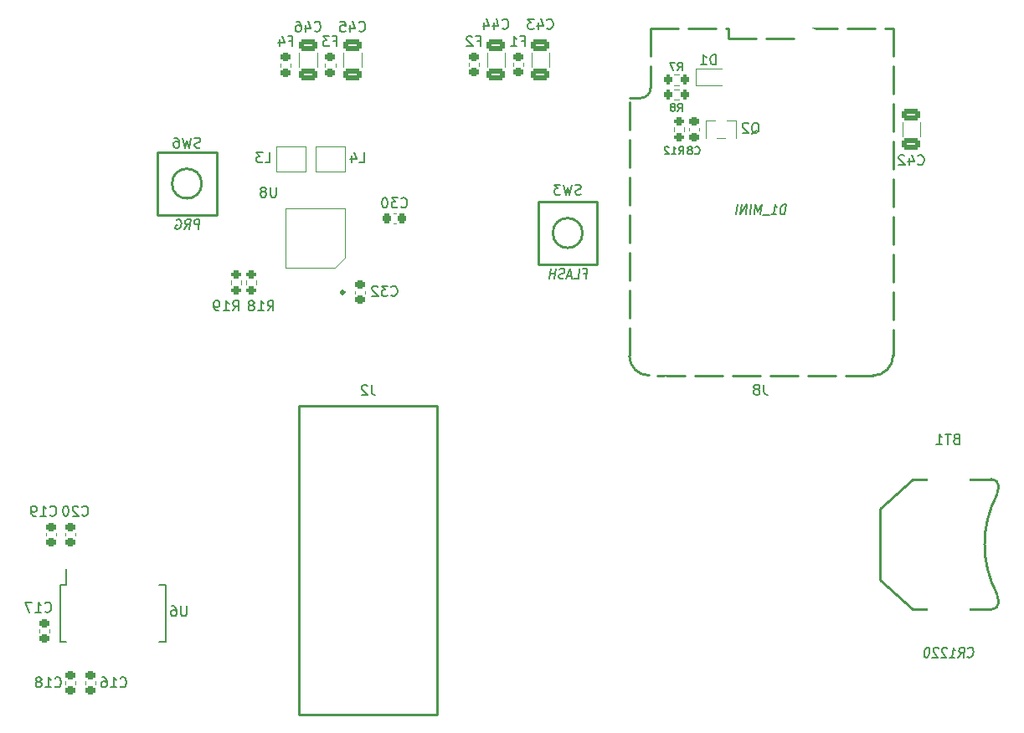
<source format=gbo>
G04 #@! TF.GenerationSoftware,KiCad,Pcbnew,(6.99.0-5015-g618347ef50)*
G04 #@! TF.CreationDate,2023-01-08T20:33:57+01:00*
G04 #@! TF.ProjectId,TinyLlama,54696e79-4c6c-4616-9d61-2e6b69636164,2.1*
G04 #@! TF.SameCoordinates,Original*
G04 #@! TF.FileFunction,Legend,Bot*
G04 #@! TF.FilePolarity,Positive*
%FSLAX46Y46*%
G04 Gerber Fmt 4.6, Leading zero omitted, Abs format (unit mm)*
G04 Created by KiCad (PCBNEW (6.99.0-5015-g618347ef50)) date 2023-01-08 20:33:57*
%MOMM*%
%LPD*%
G01*
G04 APERTURE LIST*
G04 Aperture macros list*
%AMRoundRect*
0 Rectangle with rounded corners*
0 $1 Rounding radius*
0 $2 $3 $4 $5 $6 $7 $8 $9 X,Y pos of 4 corners*
0 Add a 4 corners polygon primitive as box body*
4,1,4,$2,$3,$4,$5,$6,$7,$8,$9,$2,$3,0*
0 Add four circle primitives for the rounded corners*
1,1,$1+$1,$2,$3*
1,1,$1+$1,$4,$5*
1,1,$1+$1,$6,$7*
1,1,$1+$1,$8,$9*
0 Add four rect primitives between the rounded corners*
20,1,$1+$1,$2,$3,$4,$5,0*
20,1,$1+$1,$4,$5,$6,$7,0*
20,1,$1+$1,$6,$7,$8,$9,0*
20,1,$1+$1,$8,$9,$2,$3,0*%
G04 Aperture macros list end*
%ADD10C,0.203200*%
%ADD11C,0.152400*%
%ADD12C,0.120000*%
%ADD13C,0.150000*%
%ADD14C,0.254000*%
%ADD15C,0.310000*%
%ADD16C,0.500000*%
%ADD17R,1.397000X1.397000*%
%ADD18C,1.397000*%
%ADD19C,1.500000*%
%ADD20C,3.000000*%
%ADD21C,4.064000*%
%ADD22C,1.000000*%
%ADD23C,0.600000*%
%ADD24O,0.900000X2.000000*%
%ADD25O,0.900000X1.700000*%
%ADD26C,0.800000*%
%ADD27C,1.700000*%
%ADD28C,1.600000*%
%ADD29C,5.000000*%
%ADD30RoundRect,0.218750X-0.256250X0.218750X-0.256250X-0.218750X0.256250X-0.218750X0.256250X0.218750X0*%
%ADD31R,0.700000X0.700000*%
%ADD32C,2.000000*%
%ADD33RoundRect,0.225000X0.250000X-0.225000X0.250000X0.225000X-0.250000X0.225000X-0.250000X-0.225000X0*%
%ADD34R,0.500000X0.500000*%
%ADD35RoundRect,0.200000X-0.275000X0.200000X-0.275000X-0.200000X0.275000X-0.200000X0.275000X0.200000X0*%
%ADD36RoundRect,0.225000X-0.250000X0.225000X-0.250000X-0.225000X0.250000X-0.225000X0.250000X0.225000X0*%
%ADD37RoundRect,0.250000X-0.650000X0.325000X-0.650000X-0.325000X0.650000X-0.325000X0.650000X0.325000X0*%
%ADD38R,0.450000X1.750000*%
%ADD39RoundRect,0.250000X0.650000X-0.325000X0.650000X0.325000X-0.650000X0.325000X-0.650000X-0.325000X0*%
%ADD40RoundRect,0.225000X0.225000X0.250000X-0.225000X0.250000X-0.225000X-0.250000X0.225000X-0.250000X0*%
%ADD41RoundRect,0.200000X0.200000X0.275000X-0.200000X0.275000X-0.200000X-0.275000X0.200000X-0.275000X0*%
%ADD42R,0.600000X1.200000*%
%ADD43R,1.600000X1.400000*%
%ADD44O,0.300000X1.400000*%
%ADD45O,1.400000X0.300000*%
%ADD46C,1.400000*%
%ADD47C,2.600000*%
%ADD48C,0.900000*%
%ADD49R,2.400000X0.600000*%
%ADD50R,3.200000X1.900000*%
%ADD51R,4.200000X3.900000*%
%ADD52C,1.800000*%
G04 APERTURE END LIST*
D10*
X55838666Y-27591068D02*
X56177333Y-27591068D01*
X56177333Y-28123259D02*
X56177333Y-27107259D01*
X56177333Y-27107259D02*
X55693523Y-27107259D01*
X55403238Y-27107259D02*
X54774285Y-27107259D01*
X54774285Y-27107259D02*
X55112952Y-27494306D01*
X55112952Y-27494306D02*
X54967809Y-27494306D01*
X54967809Y-27494306D02*
X54871047Y-27542687D01*
X54871047Y-27542687D02*
X54822666Y-27591068D01*
X54822666Y-27591068D02*
X54774285Y-27687830D01*
X54774285Y-27687830D02*
X54774285Y-27929735D01*
X54774285Y-27929735D02*
X54822666Y-28026497D01*
X54822666Y-28026497D02*
X54871047Y-28074878D01*
X54871047Y-28074878D02*
X54967809Y-28123259D01*
X54967809Y-28123259D02*
X55258095Y-28123259D01*
X55258095Y-28123259D02*
X55354857Y-28074878D01*
X55354857Y-28074878D02*
X55403238Y-28026497D01*
X48919332Y-39873259D02*
X49403142Y-39873259D01*
X49403142Y-39873259D02*
X49403142Y-38857259D01*
X48677428Y-38857259D02*
X48048475Y-38857259D01*
X48048475Y-38857259D02*
X48387142Y-39244306D01*
X48387142Y-39244306D02*
X48241999Y-39244306D01*
X48241999Y-39244306D02*
X48145237Y-39292687D01*
X48145237Y-39292687D02*
X48096856Y-39341068D01*
X48096856Y-39341068D02*
X48048475Y-39437830D01*
X48048475Y-39437830D02*
X48048475Y-39679735D01*
X48048475Y-39679735D02*
X48096856Y-39776497D01*
X48096856Y-39776497D02*
X48145237Y-39824878D01*
X48145237Y-39824878D02*
X48241999Y-39873259D01*
X48241999Y-39873259D02*
X48532285Y-39873259D01*
X48532285Y-39873259D02*
X48629047Y-39824878D01*
X48629047Y-39824878D02*
X48677428Y-39776497D01*
X70338660Y-27577569D02*
X70677327Y-27577569D01*
X70677327Y-28109760D02*
X70677327Y-27093760D01*
X70677327Y-27093760D02*
X70193517Y-27093760D01*
X69854851Y-27190521D02*
X69806470Y-27142141D01*
X69806470Y-27142141D02*
X69709708Y-27093760D01*
X69709708Y-27093760D02*
X69467803Y-27093760D01*
X69467803Y-27093760D02*
X69371041Y-27142141D01*
X69371041Y-27142141D02*
X69322660Y-27190521D01*
X69322660Y-27190521D02*
X69274279Y-27287283D01*
X69274279Y-27287283D02*
X69274279Y-27384045D01*
X69274279Y-27384045D02*
X69322660Y-27529188D01*
X69322660Y-27529188D02*
X69903232Y-28109760D01*
X69903232Y-28109760D02*
X69274279Y-28109760D01*
X27153142Y-75526497D02*
X27201523Y-75574878D01*
X27201523Y-75574878D02*
X27346666Y-75623259D01*
X27346666Y-75623259D02*
X27443428Y-75623259D01*
X27443428Y-75623259D02*
X27588571Y-75574878D01*
X27588571Y-75574878D02*
X27685333Y-75478116D01*
X27685333Y-75478116D02*
X27733714Y-75381354D01*
X27733714Y-75381354D02*
X27782095Y-75187830D01*
X27782095Y-75187830D02*
X27782095Y-75042687D01*
X27782095Y-75042687D02*
X27733714Y-74849163D01*
X27733714Y-74849163D02*
X27685333Y-74752401D01*
X27685333Y-74752401D02*
X27588571Y-74655640D01*
X27588571Y-74655640D02*
X27443428Y-74607259D01*
X27443428Y-74607259D02*
X27346666Y-74607259D01*
X27346666Y-74607259D02*
X27201523Y-74655640D01*
X27201523Y-74655640D02*
X27153142Y-74704020D01*
X26185523Y-75623259D02*
X26766095Y-75623259D01*
X26475809Y-75623259D02*
X26475809Y-74607259D01*
X26475809Y-74607259D02*
X26572571Y-74752401D01*
X26572571Y-74752401D02*
X26669333Y-74849163D01*
X26669333Y-74849163D02*
X26766095Y-74897544D01*
X25701714Y-75623259D02*
X25508190Y-75623259D01*
X25508190Y-75623259D02*
X25411428Y-75574878D01*
X25411428Y-75574878D02*
X25363047Y-75526497D01*
X25363047Y-75526497D02*
X25266285Y-75381354D01*
X25266285Y-75381354D02*
X25217904Y-75187830D01*
X25217904Y-75187830D02*
X25217904Y-74800782D01*
X25217904Y-74800782D02*
X25266285Y-74704020D01*
X25266285Y-74704020D02*
X25314666Y-74655640D01*
X25314666Y-74655640D02*
X25411428Y-74607259D01*
X25411428Y-74607259D02*
X25604952Y-74607259D01*
X25604952Y-74607259D02*
X25701714Y-74655640D01*
X25701714Y-74655640D02*
X25750095Y-74704020D01*
X25750095Y-74704020D02*
X25798476Y-74800782D01*
X25798476Y-74800782D02*
X25798476Y-75042687D01*
X25798476Y-75042687D02*
X25750095Y-75139449D01*
X25750095Y-75139449D02*
X25701714Y-75187830D01*
X25701714Y-75187830D02*
X25604952Y-75236211D01*
X25604952Y-75236211D02*
X25411428Y-75236211D01*
X25411428Y-75236211D02*
X25314666Y-75187830D01*
X25314666Y-75187830D02*
X25266285Y-75139449D01*
X25266285Y-75139449D02*
X25217904Y-75042687D01*
X94499904Y-29973259D02*
X94499904Y-28957259D01*
X94499904Y-28957259D02*
X94257999Y-28957259D01*
X94257999Y-28957259D02*
X94112856Y-29005640D01*
X94112856Y-29005640D02*
X94016094Y-29102401D01*
X94016094Y-29102401D02*
X93967713Y-29199163D01*
X93967713Y-29199163D02*
X93919332Y-29392687D01*
X93919332Y-29392687D02*
X93919332Y-29537830D01*
X93919332Y-29537830D02*
X93967713Y-29731354D01*
X93967713Y-29731354D02*
X94016094Y-29828116D01*
X94016094Y-29828116D02*
X94112856Y-29924878D01*
X94112856Y-29924878D02*
X94257999Y-29973259D01*
X94257999Y-29973259D02*
X94499904Y-29973259D01*
X92951713Y-29973259D02*
X93532285Y-29973259D01*
X93241999Y-29973259D02*
X93241999Y-28957259D01*
X93241999Y-28957259D02*
X93338761Y-29102401D01*
X93338761Y-29102401D02*
X93435523Y-29199163D01*
X93435523Y-29199163D02*
X93532285Y-29247544D01*
X45653142Y-54873259D02*
X45991809Y-54389449D01*
X46233714Y-54873259D02*
X46233714Y-53857259D01*
X46233714Y-53857259D02*
X45846666Y-53857259D01*
X45846666Y-53857259D02*
X45749904Y-53905640D01*
X45749904Y-53905640D02*
X45701523Y-53954020D01*
X45701523Y-53954020D02*
X45653142Y-54050782D01*
X45653142Y-54050782D02*
X45653142Y-54195925D01*
X45653142Y-54195925D02*
X45701523Y-54292687D01*
X45701523Y-54292687D02*
X45749904Y-54341068D01*
X45749904Y-54341068D02*
X45846666Y-54389449D01*
X45846666Y-54389449D02*
X46233714Y-54389449D01*
X44685523Y-54873259D02*
X45266095Y-54873259D01*
X44975809Y-54873259D02*
X44975809Y-53857259D01*
X44975809Y-53857259D02*
X45072571Y-54002401D01*
X45072571Y-54002401D02*
X45169333Y-54099163D01*
X45169333Y-54099163D02*
X45266095Y-54147544D01*
X44201714Y-54873259D02*
X44008190Y-54873259D01*
X44008190Y-54873259D02*
X43911428Y-54824878D01*
X43911428Y-54824878D02*
X43863047Y-54776497D01*
X43863047Y-54776497D02*
X43766285Y-54631354D01*
X43766285Y-54631354D02*
X43717904Y-54437830D01*
X43717904Y-54437830D02*
X43717904Y-54050782D01*
X43717904Y-54050782D02*
X43766285Y-53954020D01*
X43766285Y-53954020D02*
X43814666Y-53905640D01*
X43814666Y-53905640D02*
X43911428Y-53857259D01*
X43911428Y-53857259D02*
X44104952Y-53857259D01*
X44104952Y-53857259D02*
X44201714Y-53905640D01*
X44201714Y-53905640D02*
X44250095Y-53954020D01*
X44250095Y-53954020D02*
X44298476Y-54050782D01*
X44298476Y-54050782D02*
X44298476Y-54292687D01*
X44298476Y-54292687D02*
X44250095Y-54389449D01*
X44250095Y-54389449D02*
X44201714Y-54437830D01*
X44201714Y-54437830D02*
X44104952Y-54486211D01*
X44104952Y-54486211D02*
X43911428Y-54486211D01*
X43911428Y-54486211D02*
X43814666Y-54437830D01*
X43814666Y-54437830D02*
X43766285Y-54389449D01*
X43766285Y-54389449D02*
X43717904Y-54292687D01*
X34253142Y-92876497D02*
X34301523Y-92924878D01*
X34301523Y-92924878D02*
X34446666Y-92973259D01*
X34446666Y-92973259D02*
X34543428Y-92973259D01*
X34543428Y-92973259D02*
X34688571Y-92924878D01*
X34688571Y-92924878D02*
X34785333Y-92828116D01*
X34785333Y-92828116D02*
X34833714Y-92731354D01*
X34833714Y-92731354D02*
X34882095Y-92537830D01*
X34882095Y-92537830D02*
X34882095Y-92392687D01*
X34882095Y-92392687D02*
X34833714Y-92199163D01*
X34833714Y-92199163D02*
X34785333Y-92102401D01*
X34785333Y-92102401D02*
X34688571Y-92005640D01*
X34688571Y-92005640D02*
X34543428Y-91957259D01*
X34543428Y-91957259D02*
X34446666Y-91957259D01*
X34446666Y-91957259D02*
X34301523Y-92005640D01*
X34301523Y-92005640D02*
X34253142Y-92054020D01*
X33285523Y-92973259D02*
X33866095Y-92973259D01*
X33575809Y-92973259D02*
X33575809Y-91957259D01*
X33575809Y-91957259D02*
X33672571Y-92102401D01*
X33672571Y-92102401D02*
X33769333Y-92199163D01*
X33769333Y-92199163D02*
X33866095Y-92247544D01*
X32414666Y-91957259D02*
X32608190Y-91957259D01*
X32608190Y-91957259D02*
X32704952Y-92005640D01*
X32704952Y-92005640D02*
X32753333Y-92054020D01*
X32753333Y-92054020D02*
X32850095Y-92199163D01*
X32850095Y-92199163D02*
X32898476Y-92392687D01*
X32898476Y-92392687D02*
X32898476Y-92779735D01*
X32898476Y-92779735D02*
X32850095Y-92876497D01*
X32850095Y-92876497D02*
X32801714Y-92924878D01*
X32801714Y-92924878D02*
X32704952Y-92973259D01*
X32704952Y-92973259D02*
X32511428Y-92973259D01*
X32511428Y-92973259D02*
X32414666Y-92924878D01*
X32414666Y-92924878D02*
X32366285Y-92876497D01*
X32366285Y-92876497D02*
X32317904Y-92779735D01*
X32317904Y-92779735D02*
X32317904Y-92537830D01*
X32317904Y-92537830D02*
X32366285Y-92441068D01*
X32366285Y-92441068D02*
X32414666Y-92392687D01*
X32414666Y-92392687D02*
X32511428Y-92344306D01*
X32511428Y-92344306D02*
X32704952Y-92344306D01*
X32704952Y-92344306D02*
X32801714Y-92392687D01*
X32801714Y-92392687D02*
X32850095Y-92441068D01*
X32850095Y-92441068D02*
X32898476Y-92537830D01*
X114903142Y-40026497D02*
X114951523Y-40074878D01*
X114951523Y-40074878D02*
X115096666Y-40123259D01*
X115096666Y-40123259D02*
X115193428Y-40123259D01*
X115193428Y-40123259D02*
X115338571Y-40074878D01*
X115338571Y-40074878D02*
X115435333Y-39978116D01*
X115435333Y-39978116D02*
X115483714Y-39881354D01*
X115483714Y-39881354D02*
X115532095Y-39687830D01*
X115532095Y-39687830D02*
X115532095Y-39542687D01*
X115532095Y-39542687D02*
X115483714Y-39349163D01*
X115483714Y-39349163D02*
X115435333Y-39252401D01*
X115435333Y-39252401D02*
X115338571Y-39155640D01*
X115338571Y-39155640D02*
X115193428Y-39107259D01*
X115193428Y-39107259D02*
X115096666Y-39107259D01*
X115096666Y-39107259D02*
X114951523Y-39155640D01*
X114951523Y-39155640D02*
X114903142Y-39204020D01*
X114032285Y-39445925D02*
X114032285Y-40123259D01*
X114274190Y-39058878D02*
X114516095Y-39784592D01*
X114516095Y-39784592D02*
X113887142Y-39784592D01*
X113548476Y-39204020D02*
X113500095Y-39155640D01*
X113500095Y-39155640D02*
X113403333Y-39107259D01*
X113403333Y-39107259D02*
X113161428Y-39107259D01*
X113161428Y-39107259D02*
X113064666Y-39155640D01*
X113064666Y-39155640D02*
X113016285Y-39204020D01*
X113016285Y-39204020D02*
X112967904Y-39300782D01*
X112967904Y-39300782D02*
X112967904Y-39397544D01*
X112967904Y-39397544D02*
X113016285Y-39542687D01*
X113016285Y-39542687D02*
X113596857Y-40123259D01*
X113596857Y-40123259D02*
X112967904Y-40123259D01*
X40974095Y-84757259D02*
X40974095Y-85579735D01*
X40974095Y-85579735D02*
X40925714Y-85676497D01*
X40925714Y-85676497D02*
X40877333Y-85724878D01*
X40877333Y-85724878D02*
X40780571Y-85773259D01*
X40780571Y-85773259D02*
X40587047Y-85773259D01*
X40587047Y-85773259D02*
X40490285Y-85724878D01*
X40490285Y-85724878D02*
X40441904Y-85676497D01*
X40441904Y-85676497D02*
X40393523Y-85579735D01*
X40393523Y-85579735D02*
X40393523Y-84757259D01*
X39474285Y-84757259D02*
X39667809Y-84757259D01*
X39667809Y-84757259D02*
X39764571Y-84805640D01*
X39764571Y-84805640D02*
X39812952Y-84854020D01*
X39812952Y-84854020D02*
X39909714Y-84999163D01*
X39909714Y-84999163D02*
X39958095Y-85192687D01*
X39958095Y-85192687D02*
X39958095Y-85579735D01*
X39958095Y-85579735D02*
X39909714Y-85676497D01*
X39909714Y-85676497D02*
X39861333Y-85724878D01*
X39861333Y-85724878D02*
X39764571Y-85773259D01*
X39764571Y-85773259D02*
X39571047Y-85773259D01*
X39571047Y-85773259D02*
X39474285Y-85724878D01*
X39474285Y-85724878D02*
X39425904Y-85676497D01*
X39425904Y-85676497D02*
X39377523Y-85579735D01*
X39377523Y-85579735D02*
X39377523Y-85337830D01*
X39377523Y-85337830D02*
X39425904Y-85241068D01*
X39425904Y-85241068D02*
X39474285Y-85192687D01*
X39474285Y-85192687D02*
X39571047Y-85144306D01*
X39571047Y-85144306D02*
X39764571Y-85144306D01*
X39764571Y-85144306D02*
X39861333Y-85192687D01*
X39861333Y-85192687D02*
X39909714Y-85241068D01*
X39909714Y-85241068D02*
X39958095Y-85337830D01*
X58403142Y-26526497D02*
X58451523Y-26574878D01*
X58451523Y-26574878D02*
X58596666Y-26623259D01*
X58596666Y-26623259D02*
X58693428Y-26623259D01*
X58693428Y-26623259D02*
X58838571Y-26574878D01*
X58838571Y-26574878D02*
X58935333Y-26478116D01*
X58935333Y-26478116D02*
X58983714Y-26381354D01*
X58983714Y-26381354D02*
X59032095Y-26187830D01*
X59032095Y-26187830D02*
X59032095Y-26042687D01*
X59032095Y-26042687D02*
X58983714Y-25849163D01*
X58983714Y-25849163D02*
X58935333Y-25752401D01*
X58935333Y-25752401D02*
X58838571Y-25655640D01*
X58838571Y-25655640D02*
X58693428Y-25607259D01*
X58693428Y-25607259D02*
X58596666Y-25607259D01*
X58596666Y-25607259D02*
X58451523Y-25655640D01*
X58451523Y-25655640D02*
X58403142Y-25704020D01*
X57532285Y-25945925D02*
X57532285Y-26623259D01*
X57774190Y-25558878D02*
X58016095Y-26284592D01*
X58016095Y-26284592D02*
X57387142Y-26284592D01*
X56516285Y-25607259D02*
X57000095Y-25607259D01*
X57000095Y-25607259D02*
X57048476Y-26091068D01*
X57048476Y-26091068D02*
X57000095Y-26042687D01*
X57000095Y-26042687D02*
X56903333Y-25994306D01*
X56903333Y-25994306D02*
X56661428Y-25994306D01*
X56661428Y-25994306D02*
X56564666Y-26042687D01*
X56564666Y-26042687D02*
X56516285Y-26091068D01*
X56516285Y-26091068D02*
X56467904Y-26187830D01*
X56467904Y-26187830D02*
X56467904Y-26429735D01*
X56467904Y-26429735D02*
X56516285Y-26526497D01*
X56516285Y-26526497D02*
X56564666Y-26574878D01*
X56564666Y-26574878D02*
X56661428Y-26623259D01*
X56661428Y-26623259D02*
X56903333Y-26623259D01*
X56903333Y-26623259D02*
X57000095Y-26574878D01*
X57000095Y-26574878D02*
X57048476Y-26526497D01*
X62653142Y-44346497D02*
X62701523Y-44394878D01*
X62701523Y-44394878D02*
X62846666Y-44443259D01*
X62846666Y-44443259D02*
X62943428Y-44443259D01*
X62943428Y-44443259D02*
X63088571Y-44394878D01*
X63088571Y-44394878D02*
X63185333Y-44298116D01*
X63185333Y-44298116D02*
X63233714Y-44201354D01*
X63233714Y-44201354D02*
X63282095Y-44007830D01*
X63282095Y-44007830D02*
X63282095Y-43862687D01*
X63282095Y-43862687D02*
X63233714Y-43669163D01*
X63233714Y-43669163D02*
X63185333Y-43572401D01*
X63185333Y-43572401D02*
X63088571Y-43475640D01*
X63088571Y-43475640D02*
X62943428Y-43427259D01*
X62943428Y-43427259D02*
X62846666Y-43427259D01*
X62846666Y-43427259D02*
X62701523Y-43475640D01*
X62701523Y-43475640D02*
X62653142Y-43524020D01*
X62314476Y-43427259D02*
X61685523Y-43427259D01*
X61685523Y-43427259D02*
X62024190Y-43814306D01*
X62024190Y-43814306D02*
X61879047Y-43814306D01*
X61879047Y-43814306D02*
X61782285Y-43862687D01*
X61782285Y-43862687D02*
X61733904Y-43911068D01*
X61733904Y-43911068D02*
X61685523Y-44007830D01*
X61685523Y-44007830D02*
X61685523Y-44249735D01*
X61685523Y-44249735D02*
X61733904Y-44346497D01*
X61733904Y-44346497D02*
X61782285Y-44394878D01*
X61782285Y-44394878D02*
X61879047Y-44443259D01*
X61879047Y-44443259D02*
X62169333Y-44443259D01*
X62169333Y-44443259D02*
X62266095Y-44394878D01*
X62266095Y-44394878D02*
X62314476Y-44346497D01*
X61056571Y-43427259D02*
X60959809Y-43427259D01*
X60959809Y-43427259D02*
X60863047Y-43475640D01*
X60863047Y-43475640D02*
X60814666Y-43524020D01*
X60814666Y-43524020D02*
X60766285Y-43620782D01*
X60766285Y-43620782D02*
X60717904Y-43814306D01*
X60717904Y-43814306D02*
X60717904Y-44056211D01*
X60717904Y-44056211D02*
X60766285Y-44249735D01*
X60766285Y-44249735D02*
X60814666Y-44346497D01*
X60814666Y-44346497D02*
X60863047Y-44394878D01*
X60863047Y-44394878D02*
X60959809Y-44443259D01*
X60959809Y-44443259D02*
X61056571Y-44443259D01*
X61056571Y-44443259D02*
X61153333Y-44394878D01*
X61153333Y-44394878D02*
X61201714Y-44346497D01*
X61201714Y-44346497D02*
X61250095Y-44249735D01*
X61250095Y-44249735D02*
X61298476Y-44056211D01*
X61298476Y-44056211D02*
X61298476Y-43814306D01*
X61298476Y-43814306D02*
X61250095Y-43620782D01*
X61250095Y-43620782D02*
X61201714Y-43524020D01*
X61201714Y-43524020D02*
X61153333Y-43475640D01*
X61153333Y-43475640D02*
X61056571Y-43427259D01*
X74838660Y-27577569D02*
X75177327Y-27577569D01*
X75177327Y-28109760D02*
X75177327Y-27093760D01*
X75177327Y-27093760D02*
X74693517Y-27093760D01*
X73774279Y-28109760D02*
X74354851Y-28109760D01*
X74064565Y-28109760D02*
X74064565Y-27093760D01*
X74064565Y-27093760D02*
X74161327Y-27238902D01*
X74161327Y-27238902D02*
X74258089Y-27335664D01*
X74258089Y-27335664D02*
X74354851Y-27384045D01*
D11*
X90626999Y-34679944D02*
X90880999Y-34317087D01*
X91062428Y-34679944D02*
X91062428Y-33917944D01*
X91062428Y-33917944D02*
X90772142Y-33917944D01*
X90772142Y-33917944D02*
X90699571Y-33954230D01*
X90699571Y-33954230D02*
X90663285Y-33990515D01*
X90663285Y-33990515D02*
X90626999Y-34063087D01*
X90626999Y-34063087D02*
X90626999Y-34171944D01*
X90626999Y-34171944D02*
X90663285Y-34244515D01*
X90663285Y-34244515D02*
X90699571Y-34280801D01*
X90699571Y-34280801D02*
X90772142Y-34317087D01*
X90772142Y-34317087D02*
X91062428Y-34317087D01*
X90191571Y-34244515D02*
X90264142Y-34208230D01*
X90264142Y-34208230D02*
X90300428Y-34171944D01*
X90300428Y-34171944D02*
X90336714Y-34099372D01*
X90336714Y-34099372D02*
X90336714Y-34063087D01*
X90336714Y-34063087D02*
X90300428Y-33990515D01*
X90300428Y-33990515D02*
X90264142Y-33954230D01*
X90264142Y-33954230D02*
X90191571Y-33917944D01*
X90191571Y-33917944D02*
X90046428Y-33917944D01*
X90046428Y-33917944D02*
X89973857Y-33954230D01*
X89973857Y-33954230D02*
X89937571Y-33990515D01*
X89937571Y-33990515D02*
X89901285Y-34063087D01*
X89901285Y-34063087D02*
X89901285Y-34099372D01*
X89901285Y-34099372D02*
X89937571Y-34171944D01*
X89937571Y-34171944D02*
X89973857Y-34208230D01*
X89973857Y-34208230D02*
X90046428Y-34244515D01*
X90046428Y-34244515D02*
X90191571Y-34244515D01*
X90191571Y-34244515D02*
X90264142Y-34280801D01*
X90264142Y-34280801D02*
X90300428Y-34317087D01*
X90300428Y-34317087D02*
X90336714Y-34389658D01*
X90336714Y-34389658D02*
X90336714Y-34534801D01*
X90336714Y-34534801D02*
X90300428Y-34607372D01*
X90300428Y-34607372D02*
X90264142Y-34643658D01*
X90264142Y-34643658D02*
X90191571Y-34679944D01*
X90191571Y-34679944D02*
X90046428Y-34679944D01*
X90046428Y-34679944D02*
X89973857Y-34643658D01*
X89973857Y-34643658D02*
X89937571Y-34607372D01*
X89937571Y-34607372D02*
X89901285Y-34534801D01*
X89901285Y-34534801D02*
X89901285Y-34389658D01*
X89901285Y-34389658D02*
X89937571Y-34317087D01*
X89937571Y-34317087D02*
X89973857Y-34280801D01*
X89973857Y-34280801D02*
X90046428Y-34244515D01*
D10*
X98096761Y-36970020D02*
X98193523Y-36921640D01*
X98193523Y-36921640D02*
X98290285Y-36824878D01*
X98290285Y-36824878D02*
X98435428Y-36679735D01*
X98435428Y-36679735D02*
X98532190Y-36631354D01*
X98532190Y-36631354D02*
X98628952Y-36631354D01*
X98580571Y-36873259D02*
X98677333Y-36824878D01*
X98677333Y-36824878D02*
X98774095Y-36728116D01*
X98774095Y-36728116D02*
X98822476Y-36534592D01*
X98822476Y-36534592D02*
X98822476Y-36195925D01*
X98822476Y-36195925D02*
X98774095Y-36002401D01*
X98774095Y-36002401D02*
X98677333Y-35905640D01*
X98677333Y-35905640D02*
X98580571Y-35857259D01*
X98580571Y-35857259D02*
X98387047Y-35857259D01*
X98387047Y-35857259D02*
X98290285Y-35905640D01*
X98290285Y-35905640D02*
X98193523Y-36002401D01*
X98193523Y-36002401D02*
X98145142Y-36195925D01*
X98145142Y-36195925D02*
X98145142Y-36534592D01*
X98145142Y-36534592D02*
X98193523Y-36728116D01*
X98193523Y-36728116D02*
X98290285Y-36824878D01*
X98290285Y-36824878D02*
X98387047Y-36873259D01*
X98387047Y-36873259D02*
X98580571Y-36873259D01*
X97758095Y-35954020D02*
X97709714Y-35905640D01*
X97709714Y-35905640D02*
X97612952Y-35857259D01*
X97612952Y-35857259D02*
X97371047Y-35857259D01*
X97371047Y-35857259D02*
X97274285Y-35905640D01*
X97274285Y-35905640D02*
X97225904Y-35954020D01*
X97225904Y-35954020D02*
X97177523Y-36050782D01*
X97177523Y-36050782D02*
X97177523Y-36147544D01*
X97177523Y-36147544D02*
X97225904Y-36292687D01*
X97225904Y-36292687D02*
X97806476Y-36873259D01*
X97806476Y-36873259D02*
X97177523Y-36873259D01*
D11*
X90739856Y-39029944D02*
X90993856Y-38667087D01*
X91175285Y-39029944D02*
X91175285Y-38267944D01*
X91175285Y-38267944D02*
X90884999Y-38267944D01*
X90884999Y-38267944D02*
X90812428Y-38304230D01*
X90812428Y-38304230D02*
X90776142Y-38340515D01*
X90776142Y-38340515D02*
X90739856Y-38413087D01*
X90739856Y-38413087D02*
X90739856Y-38521944D01*
X90739856Y-38521944D02*
X90776142Y-38594515D01*
X90776142Y-38594515D02*
X90812428Y-38630801D01*
X90812428Y-38630801D02*
X90884999Y-38667087D01*
X90884999Y-38667087D02*
X91175285Y-38667087D01*
X90014142Y-39029944D02*
X90449571Y-39029944D01*
X90231856Y-39029944D02*
X90231856Y-38267944D01*
X90231856Y-38267944D02*
X90304428Y-38376801D01*
X90304428Y-38376801D02*
X90376999Y-38449372D01*
X90376999Y-38449372D02*
X90449571Y-38485658D01*
X89723857Y-38340515D02*
X89687571Y-38304230D01*
X89687571Y-38304230D02*
X89615000Y-38267944D01*
X89615000Y-38267944D02*
X89433571Y-38267944D01*
X89433571Y-38267944D02*
X89361000Y-38304230D01*
X89361000Y-38304230D02*
X89324714Y-38340515D01*
X89324714Y-38340515D02*
X89288428Y-38413087D01*
X89288428Y-38413087D02*
X89288428Y-38485658D01*
X89288428Y-38485658D02*
X89324714Y-38594515D01*
X89324714Y-38594515D02*
X89760142Y-39029944D01*
X89760142Y-39029944D02*
X89288428Y-39029944D01*
D10*
X42354666Y-38324878D02*
X42209523Y-38373259D01*
X42209523Y-38373259D02*
X41967618Y-38373259D01*
X41967618Y-38373259D02*
X41870856Y-38324878D01*
X41870856Y-38324878D02*
X41822475Y-38276497D01*
X41822475Y-38276497D02*
X41774094Y-38179735D01*
X41774094Y-38179735D02*
X41774094Y-38082973D01*
X41774094Y-38082973D02*
X41822475Y-37986211D01*
X41822475Y-37986211D02*
X41870856Y-37937830D01*
X41870856Y-37937830D02*
X41967618Y-37889449D01*
X41967618Y-37889449D02*
X42161142Y-37841068D01*
X42161142Y-37841068D02*
X42257904Y-37792687D01*
X42257904Y-37792687D02*
X42306285Y-37744306D01*
X42306285Y-37744306D02*
X42354666Y-37647544D01*
X42354666Y-37647544D02*
X42354666Y-37550782D01*
X42354666Y-37550782D02*
X42306285Y-37454020D01*
X42306285Y-37454020D02*
X42257904Y-37405640D01*
X42257904Y-37405640D02*
X42161142Y-37357259D01*
X42161142Y-37357259D02*
X41919237Y-37357259D01*
X41919237Y-37357259D02*
X41774094Y-37405640D01*
X41435428Y-37357259D02*
X41193523Y-38373259D01*
X41193523Y-38373259D02*
X40999999Y-37647544D01*
X40999999Y-37647544D02*
X40806475Y-38373259D01*
X40806475Y-38373259D02*
X40564571Y-37357259D01*
X39742094Y-37357259D02*
X39935618Y-37357259D01*
X39935618Y-37357259D02*
X40032380Y-37405640D01*
X40032380Y-37405640D02*
X40080761Y-37454020D01*
X40080761Y-37454020D02*
X40177523Y-37599163D01*
X40177523Y-37599163D02*
X40225904Y-37792687D01*
X40225904Y-37792687D02*
X40225904Y-38179735D01*
X40225904Y-38179735D02*
X40177523Y-38276497D01*
X40177523Y-38276497D02*
X40129142Y-38324878D01*
X40129142Y-38324878D02*
X40032380Y-38373259D01*
X40032380Y-38373259D02*
X39838856Y-38373259D01*
X39838856Y-38373259D02*
X39742094Y-38324878D01*
X39742094Y-38324878D02*
X39693713Y-38276497D01*
X39693713Y-38276497D02*
X39645332Y-38179735D01*
X39645332Y-38179735D02*
X39645332Y-37937830D01*
X39645332Y-37937830D02*
X39693713Y-37841068D01*
X39693713Y-37841068D02*
X39742094Y-37792687D01*
X39742094Y-37792687D02*
X39838856Y-37744306D01*
X39838856Y-37744306D02*
X40032380Y-37744306D01*
X40032380Y-37744306D02*
X40129142Y-37792687D01*
X40129142Y-37792687D02*
X40177523Y-37841068D01*
X40177523Y-37841068D02*
X40225904Y-37937830D01*
X42159933Y-46623259D02*
X42286933Y-45607259D01*
X42286933Y-45607259D02*
X41938590Y-45607259D01*
X41938590Y-45607259D02*
X41845457Y-45655640D01*
X41845457Y-45655640D02*
X41795866Y-45704020D01*
X41795866Y-45704020D02*
X41740228Y-45800782D01*
X41740228Y-45800782D02*
X41722085Y-45945925D01*
X41722085Y-45945925D02*
X41753533Y-46042687D01*
X41753533Y-46042687D02*
X41791028Y-46091068D01*
X41791028Y-46091068D02*
X41872066Y-46139449D01*
X41872066Y-46139449D02*
X42220409Y-46139449D01*
X40723019Y-46623259D02*
X41088295Y-46139449D01*
X41245533Y-46623259D02*
X41372533Y-45607259D01*
X41372533Y-45607259D02*
X41024190Y-45607259D01*
X41024190Y-45607259D02*
X40931057Y-45655640D01*
X40931057Y-45655640D02*
X40881466Y-45704020D01*
X40881466Y-45704020D02*
X40825828Y-45800782D01*
X40825828Y-45800782D02*
X40807685Y-45945925D01*
X40807685Y-45945925D02*
X40839133Y-46042687D01*
X40839133Y-46042687D02*
X40876628Y-46091068D01*
X40876628Y-46091068D02*
X40957666Y-46139449D01*
X40957666Y-46139449D02*
X41306009Y-46139449D01*
X39973114Y-45655640D02*
X40066247Y-45607259D01*
X40066247Y-45607259D02*
X40196876Y-45607259D01*
X40196876Y-45607259D02*
X40321457Y-45655640D01*
X40321457Y-45655640D02*
X40396447Y-45752401D01*
X40396447Y-45752401D02*
X40427895Y-45849163D01*
X40427895Y-45849163D02*
X40447247Y-46042687D01*
X40447247Y-46042687D02*
X40429104Y-46187830D01*
X40429104Y-46187830D02*
X40361371Y-46381354D01*
X40361371Y-46381354D02*
X40305733Y-46478116D01*
X40305733Y-46478116D02*
X40206552Y-46574878D01*
X40206552Y-46574878D02*
X40069876Y-46623259D01*
X40069876Y-46623259D02*
X39982790Y-46623259D01*
X39982790Y-46623259D02*
X39858209Y-46574878D01*
X39858209Y-46574878D02*
X39820714Y-46526497D01*
X39820714Y-46526497D02*
X39863047Y-46187830D01*
X39863047Y-46187830D02*
X40037219Y-46187830D01*
X50024095Y-42357259D02*
X50024095Y-43179735D01*
X50024095Y-43179735D02*
X49975714Y-43276497D01*
X49975714Y-43276497D02*
X49927333Y-43324878D01*
X49927333Y-43324878D02*
X49830571Y-43373259D01*
X49830571Y-43373259D02*
X49637047Y-43373259D01*
X49637047Y-43373259D02*
X49540285Y-43324878D01*
X49540285Y-43324878D02*
X49491904Y-43276497D01*
X49491904Y-43276497D02*
X49443523Y-43179735D01*
X49443523Y-43179735D02*
X49443523Y-42357259D01*
X48814571Y-42792687D02*
X48911333Y-42744306D01*
X48911333Y-42744306D02*
X48959714Y-42695925D01*
X48959714Y-42695925D02*
X49008095Y-42599163D01*
X49008095Y-42599163D02*
X49008095Y-42550782D01*
X49008095Y-42550782D02*
X48959714Y-42454020D01*
X48959714Y-42454020D02*
X48911333Y-42405640D01*
X48911333Y-42405640D02*
X48814571Y-42357259D01*
X48814571Y-42357259D02*
X48621047Y-42357259D01*
X48621047Y-42357259D02*
X48524285Y-42405640D01*
X48524285Y-42405640D02*
X48475904Y-42454020D01*
X48475904Y-42454020D02*
X48427523Y-42550782D01*
X48427523Y-42550782D02*
X48427523Y-42599163D01*
X48427523Y-42599163D02*
X48475904Y-42695925D01*
X48475904Y-42695925D02*
X48524285Y-42744306D01*
X48524285Y-42744306D02*
X48621047Y-42792687D01*
X48621047Y-42792687D02*
X48814571Y-42792687D01*
X48814571Y-42792687D02*
X48911333Y-42841068D01*
X48911333Y-42841068D02*
X48959714Y-42889449D01*
X48959714Y-42889449D02*
X49008095Y-42986211D01*
X49008095Y-42986211D02*
X49008095Y-43179735D01*
X49008095Y-43179735D02*
X48959714Y-43276497D01*
X48959714Y-43276497D02*
X48911333Y-43324878D01*
X48911333Y-43324878D02*
X48814571Y-43373259D01*
X48814571Y-43373259D02*
X48621047Y-43373259D01*
X48621047Y-43373259D02*
X48524285Y-43324878D01*
X48524285Y-43324878D02*
X48475904Y-43276497D01*
X48475904Y-43276497D02*
X48427523Y-43179735D01*
X48427523Y-43179735D02*
X48427523Y-42986211D01*
X48427523Y-42986211D02*
X48475904Y-42889449D01*
X48475904Y-42889449D02*
X48524285Y-42841068D01*
X48524285Y-42841068D02*
X48621047Y-42792687D01*
X59669166Y-62373759D02*
X59669166Y-63099473D01*
X59669166Y-63099473D02*
X59717547Y-63244616D01*
X59717547Y-63244616D02*
X59814309Y-63341378D01*
X59814309Y-63341378D02*
X59959452Y-63389759D01*
X59959452Y-63389759D02*
X60056214Y-63389759D01*
X59233738Y-62470520D02*
X59185357Y-62422140D01*
X59185357Y-62422140D02*
X59088595Y-62373759D01*
X59088595Y-62373759D02*
X58846690Y-62373759D01*
X58846690Y-62373759D02*
X58749928Y-62422140D01*
X58749928Y-62422140D02*
X58701547Y-62470520D01*
X58701547Y-62470520D02*
X58653166Y-62567282D01*
X58653166Y-62567282D02*
X58653166Y-62664044D01*
X58653166Y-62664044D02*
X58701547Y-62809187D01*
X58701547Y-62809187D02*
X59282119Y-63389759D01*
X59282119Y-63389759D02*
X58653166Y-63389759D01*
X118778285Y-67821068D02*
X118633142Y-67869449D01*
X118633142Y-67869449D02*
X118584761Y-67917830D01*
X118584761Y-67917830D02*
X118536380Y-68014592D01*
X118536380Y-68014592D02*
X118536380Y-68159735D01*
X118536380Y-68159735D02*
X118584761Y-68256497D01*
X118584761Y-68256497D02*
X118633142Y-68304878D01*
X118633142Y-68304878D02*
X118729904Y-68353259D01*
X118729904Y-68353259D02*
X119116952Y-68353259D01*
X119116952Y-68353259D02*
X119116952Y-67337259D01*
X119116952Y-67337259D02*
X118778285Y-67337259D01*
X118778285Y-67337259D02*
X118681523Y-67385640D01*
X118681523Y-67385640D02*
X118633142Y-67434020D01*
X118633142Y-67434020D02*
X118584761Y-67530782D01*
X118584761Y-67530782D02*
X118584761Y-67627544D01*
X118584761Y-67627544D02*
X118633142Y-67724306D01*
X118633142Y-67724306D02*
X118681523Y-67772687D01*
X118681523Y-67772687D02*
X118778285Y-67821068D01*
X118778285Y-67821068D02*
X119116952Y-67821068D01*
X118246095Y-67337259D02*
X117665523Y-67337259D01*
X117955809Y-68353259D02*
X117955809Y-67337259D01*
X116794666Y-68353259D02*
X117375238Y-68353259D01*
X117084952Y-68353259D02*
X117084952Y-67337259D01*
X117084952Y-67337259D02*
X117181714Y-67482401D01*
X117181714Y-67482401D02*
X117278476Y-67579163D01*
X117278476Y-67579163D02*
X117375238Y-67627544D01*
X119914028Y-89846497D02*
X119951523Y-89894878D01*
X119951523Y-89894878D02*
X120076104Y-89943259D01*
X120076104Y-89943259D02*
X120163190Y-89943259D01*
X120163190Y-89943259D02*
X120299866Y-89894878D01*
X120299866Y-89894878D02*
X120399047Y-89798116D01*
X120399047Y-89798116D02*
X120454685Y-89701354D01*
X120454685Y-89701354D02*
X120522418Y-89507830D01*
X120522418Y-89507830D02*
X120540561Y-89362687D01*
X120540561Y-89362687D02*
X120521209Y-89169163D01*
X120521209Y-89169163D02*
X120489761Y-89072401D01*
X120489761Y-89072401D02*
X120414771Y-88975640D01*
X120414771Y-88975640D02*
X120290190Y-88927259D01*
X120290190Y-88927259D02*
X120203104Y-88927259D01*
X120203104Y-88927259D02*
X120066428Y-88975640D01*
X120066428Y-88975640D02*
X120016837Y-89024020D01*
X118987533Y-89943259D02*
X119352809Y-89459449D01*
X119510047Y-89943259D02*
X119637047Y-88927259D01*
X119637047Y-88927259D02*
X119288704Y-88927259D01*
X119288704Y-88927259D02*
X119195571Y-88975640D01*
X119195571Y-88975640D02*
X119145980Y-89024020D01*
X119145980Y-89024020D02*
X119090342Y-89120782D01*
X119090342Y-89120782D02*
X119072199Y-89265925D01*
X119072199Y-89265925D02*
X119103647Y-89362687D01*
X119103647Y-89362687D02*
X119141142Y-89411068D01*
X119141142Y-89411068D02*
X119222180Y-89459449D01*
X119222180Y-89459449D02*
X119570523Y-89459449D01*
X118116675Y-89943259D02*
X118639190Y-89943259D01*
X118377933Y-89943259D02*
X118504933Y-88927259D01*
X118504933Y-88927259D02*
X118573875Y-89072401D01*
X118573875Y-89072401D02*
X118648866Y-89169163D01*
X118648866Y-89169163D02*
X118729904Y-89217544D01*
X117883237Y-89024020D02*
X117845742Y-88975640D01*
X117845742Y-88975640D02*
X117764704Y-88927259D01*
X117764704Y-88927259D02*
X117546990Y-88927259D01*
X117546990Y-88927259D02*
X117453857Y-88975640D01*
X117453857Y-88975640D02*
X117404266Y-89024020D01*
X117404266Y-89024020D02*
X117348628Y-89120782D01*
X117348628Y-89120782D02*
X117336533Y-89217544D01*
X117336533Y-89217544D02*
X117361933Y-89362687D01*
X117361933Y-89362687D02*
X117811876Y-89943259D01*
X117811876Y-89943259D02*
X117245818Y-89943259D01*
X117012380Y-89024020D02*
X116974885Y-88975640D01*
X116974885Y-88975640D02*
X116893847Y-88927259D01*
X116893847Y-88927259D02*
X116676133Y-88927259D01*
X116676133Y-88927259D02*
X116583000Y-88975640D01*
X116583000Y-88975640D02*
X116533409Y-89024020D01*
X116533409Y-89024020D02*
X116477771Y-89120782D01*
X116477771Y-89120782D02*
X116465676Y-89217544D01*
X116465676Y-89217544D02*
X116491076Y-89362687D01*
X116491076Y-89362687D02*
X116941019Y-89943259D01*
X116941019Y-89943259D02*
X116374961Y-89943259D01*
X115935904Y-88927259D02*
X115848819Y-88927259D01*
X115848819Y-88927259D02*
X115755685Y-88975640D01*
X115755685Y-88975640D02*
X115706095Y-89024020D01*
X115706095Y-89024020D02*
X115650457Y-89120782D01*
X115650457Y-89120782D02*
X115582723Y-89314306D01*
X115582723Y-89314306D02*
X115552485Y-89556211D01*
X115552485Y-89556211D02*
X115571838Y-89749735D01*
X115571838Y-89749735D02*
X115603285Y-89846497D01*
X115603285Y-89846497D02*
X115640781Y-89894878D01*
X115640781Y-89894878D02*
X115721819Y-89943259D01*
X115721819Y-89943259D02*
X115808904Y-89943259D01*
X115808904Y-89943259D02*
X115902038Y-89894878D01*
X115902038Y-89894878D02*
X115951628Y-89846497D01*
X115951628Y-89846497D02*
X116007266Y-89749735D01*
X116007266Y-89749735D02*
X116075000Y-89556211D01*
X116075000Y-89556211D02*
X116105238Y-89314306D01*
X116105238Y-89314306D02*
X116085885Y-89120782D01*
X116085885Y-89120782D02*
X116054438Y-89024020D01*
X116054438Y-89024020D02*
X116016943Y-88975640D01*
X116016943Y-88975640D02*
X115935904Y-88927259D01*
D11*
X90626999Y-30529944D02*
X90880999Y-30167087D01*
X91062428Y-30529944D02*
X91062428Y-29767944D01*
X91062428Y-29767944D02*
X90772142Y-29767944D01*
X90772142Y-29767944D02*
X90699571Y-29804230D01*
X90699571Y-29804230D02*
X90663285Y-29840515D01*
X90663285Y-29840515D02*
X90626999Y-29913087D01*
X90626999Y-29913087D02*
X90626999Y-30021944D01*
X90626999Y-30021944D02*
X90663285Y-30094515D01*
X90663285Y-30094515D02*
X90699571Y-30130801D01*
X90699571Y-30130801D02*
X90772142Y-30167087D01*
X90772142Y-30167087D02*
X91062428Y-30167087D01*
X90372999Y-29767944D02*
X89864999Y-29767944D01*
X89864999Y-29767944D02*
X90191571Y-30529944D01*
D10*
X30403142Y-75526497D02*
X30451523Y-75574878D01*
X30451523Y-75574878D02*
X30596666Y-75623259D01*
X30596666Y-75623259D02*
X30693428Y-75623259D01*
X30693428Y-75623259D02*
X30838571Y-75574878D01*
X30838571Y-75574878D02*
X30935333Y-75478116D01*
X30935333Y-75478116D02*
X30983714Y-75381354D01*
X30983714Y-75381354D02*
X31032095Y-75187830D01*
X31032095Y-75187830D02*
X31032095Y-75042687D01*
X31032095Y-75042687D02*
X30983714Y-74849163D01*
X30983714Y-74849163D02*
X30935333Y-74752401D01*
X30935333Y-74752401D02*
X30838571Y-74655640D01*
X30838571Y-74655640D02*
X30693428Y-74607259D01*
X30693428Y-74607259D02*
X30596666Y-74607259D01*
X30596666Y-74607259D02*
X30451523Y-74655640D01*
X30451523Y-74655640D02*
X30403142Y-74704020D01*
X30016095Y-74704020D02*
X29967714Y-74655640D01*
X29967714Y-74655640D02*
X29870952Y-74607259D01*
X29870952Y-74607259D02*
X29629047Y-74607259D01*
X29629047Y-74607259D02*
X29532285Y-74655640D01*
X29532285Y-74655640D02*
X29483904Y-74704020D01*
X29483904Y-74704020D02*
X29435523Y-74800782D01*
X29435523Y-74800782D02*
X29435523Y-74897544D01*
X29435523Y-74897544D02*
X29483904Y-75042687D01*
X29483904Y-75042687D02*
X30064476Y-75623259D01*
X30064476Y-75623259D02*
X29435523Y-75623259D01*
X28806571Y-74607259D02*
X28709809Y-74607259D01*
X28709809Y-74607259D02*
X28613047Y-74655640D01*
X28613047Y-74655640D02*
X28564666Y-74704020D01*
X28564666Y-74704020D02*
X28516285Y-74800782D01*
X28516285Y-74800782D02*
X28467904Y-74994306D01*
X28467904Y-74994306D02*
X28467904Y-75236211D01*
X28467904Y-75236211D02*
X28516285Y-75429735D01*
X28516285Y-75429735D02*
X28564666Y-75526497D01*
X28564666Y-75526497D02*
X28613047Y-75574878D01*
X28613047Y-75574878D02*
X28709809Y-75623259D01*
X28709809Y-75623259D02*
X28806571Y-75623259D01*
X28806571Y-75623259D02*
X28903333Y-75574878D01*
X28903333Y-75574878D02*
X28951714Y-75526497D01*
X28951714Y-75526497D02*
X29000095Y-75429735D01*
X29000095Y-75429735D02*
X29048476Y-75236211D01*
X29048476Y-75236211D02*
X29048476Y-74994306D01*
X29048476Y-74994306D02*
X29000095Y-74800782D01*
X29000095Y-74800782D02*
X28951714Y-74704020D01*
X28951714Y-74704020D02*
X28903333Y-74655640D01*
X28903333Y-74655640D02*
X28806571Y-74607259D01*
X53903142Y-26526497D02*
X53951523Y-26574878D01*
X53951523Y-26574878D02*
X54096666Y-26623259D01*
X54096666Y-26623259D02*
X54193428Y-26623259D01*
X54193428Y-26623259D02*
X54338571Y-26574878D01*
X54338571Y-26574878D02*
X54435333Y-26478116D01*
X54435333Y-26478116D02*
X54483714Y-26381354D01*
X54483714Y-26381354D02*
X54532095Y-26187830D01*
X54532095Y-26187830D02*
X54532095Y-26042687D01*
X54532095Y-26042687D02*
X54483714Y-25849163D01*
X54483714Y-25849163D02*
X54435333Y-25752401D01*
X54435333Y-25752401D02*
X54338571Y-25655640D01*
X54338571Y-25655640D02*
X54193428Y-25607259D01*
X54193428Y-25607259D02*
X54096666Y-25607259D01*
X54096666Y-25607259D02*
X53951523Y-25655640D01*
X53951523Y-25655640D02*
X53903142Y-25704020D01*
X53032285Y-25945925D02*
X53032285Y-26623259D01*
X53274190Y-25558878D02*
X53516095Y-26284592D01*
X53516095Y-26284592D02*
X52887142Y-26284592D01*
X52064666Y-25607259D02*
X52258190Y-25607259D01*
X52258190Y-25607259D02*
X52354952Y-25655640D01*
X52354952Y-25655640D02*
X52403333Y-25704020D01*
X52403333Y-25704020D02*
X52500095Y-25849163D01*
X52500095Y-25849163D02*
X52548476Y-26042687D01*
X52548476Y-26042687D02*
X52548476Y-26429735D01*
X52548476Y-26429735D02*
X52500095Y-26526497D01*
X52500095Y-26526497D02*
X52451714Y-26574878D01*
X52451714Y-26574878D02*
X52354952Y-26623259D01*
X52354952Y-26623259D02*
X52161428Y-26623259D01*
X52161428Y-26623259D02*
X52064666Y-26574878D01*
X52064666Y-26574878D02*
X52016285Y-26526497D01*
X52016285Y-26526497D02*
X51967904Y-26429735D01*
X51967904Y-26429735D02*
X51967904Y-26187830D01*
X51967904Y-26187830D02*
X52016285Y-26091068D01*
X52016285Y-26091068D02*
X52064666Y-26042687D01*
X52064666Y-26042687D02*
X52161428Y-25994306D01*
X52161428Y-25994306D02*
X52354952Y-25994306D01*
X52354952Y-25994306D02*
X52451714Y-26042687D01*
X52451714Y-26042687D02*
X52500095Y-26091068D01*
X52500095Y-26091068D02*
X52548476Y-26187830D01*
X26653142Y-85276497D02*
X26701523Y-85324878D01*
X26701523Y-85324878D02*
X26846666Y-85373259D01*
X26846666Y-85373259D02*
X26943428Y-85373259D01*
X26943428Y-85373259D02*
X27088571Y-85324878D01*
X27088571Y-85324878D02*
X27185333Y-85228116D01*
X27185333Y-85228116D02*
X27233714Y-85131354D01*
X27233714Y-85131354D02*
X27282095Y-84937830D01*
X27282095Y-84937830D02*
X27282095Y-84792687D01*
X27282095Y-84792687D02*
X27233714Y-84599163D01*
X27233714Y-84599163D02*
X27185333Y-84502401D01*
X27185333Y-84502401D02*
X27088571Y-84405640D01*
X27088571Y-84405640D02*
X26943428Y-84357259D01*
X26943428Y-84357259D02*
X26846666Y-84357259D01*
X26846666Y-84357259D02*
X26701523Y-84405640D01*
X26701523Y-84405640D02*
X26653142Y-84454020D01*
X25685523Y-85373259D02*
X26266095Y-85373259D01*
X25975809Y-85373259D02*
X25975809Y-84357259D01*
X25975809Y-84357259D02*
X26072571Y-84502401D01*
X26072571Y-84502401D02*
X26169333Y-84599163D01*
X26169333Y-84599163D02*
X26266095Y-84647544D01*
X25346857Y-84357259D02*
X24669523Y-84357259D01*
X24669523Y-84357259D02*
X25104952Y-85373259D01*
X51338666Y-27591068D02*
X51677333Y-27591068D01*
X51677333Y-28123259D02*
X51677333Y-27107259D01*
X51677333Y-27107259D02*
X51193523Y-27107259D01*
X50371047Y-27445925D02*
X50371047Y-28123259D01*
X50612952Y-27058878D02*
X50854857Y-27784592D01*
X50854857Y-27784592D02*
X50225904Y-27784592D01*
D11*
X92376999Y-38957372D02*
X92413285Y-38993658D01*
X92413285Y-38993658D02*
X92522142Y-39029944D01*
X92522142Y-39029944D02*
X92594714Y-39029944D01*
X92594714Y-39029944D02*
X92703571Y-38993658D01*
X92703571Y-38993658D02*
X92776142Y-38921087D01*
X92776142Y-38921087D02*
X92812428Y-38848515D01*
X92812428Y-38848515D02*
X92848714Y-38703372D01*
X92848714Y-38703372D02*
X92848714Y-38594515D01*
X92848714Y-38594515D02*
X92812428Y-38449372D01*
X92812428Y-38449372D02*
X92776142Y-38376801D01*
X92776142Y-38376801D02*
X92703571Y-38304230D01*
X92703571Y-38304230D02*
X92594714Y-38267944D01*
X92594714Y-38267944D02*
X92522142Y-38267944D01*
X92522142Y-38267944D02*
X92413285Y-38304230D01*
X92413285Y-38304230D02*
X92376999Y-38340515D01*
X91941571Y-38594515D02*
X92014142Y-38558230D01*
X92014142Y-38558230D02*
X92050428Y-38521944D01*
X92050428Y-38521944D02*
X92086714Y-38449372D01*
X92086714Y-38449372D02*
X92086714Y-38413087D01*
X92086714Y-38413087D02*
X92050428Y-38340515D01*
X92050428Y-38340515D02*
X92014142Y-38304230D01*
X92014142Y-38304230D02*
X91941571Y-38267944D01*
X91941571Y-38267944D02*
X91796428Y-38267944D01*
X91796428Y-38267944D02*
X91723857Y-38304230D01*
X91723857Y-38304230D02*
X91687571Y-38340515D01*
X91687571Y-38340515D02*
X91651285Y-38413087D01*
X91651285Y-38413087D02*
X91651285Y-38449372D01*
X91651285Y-38449372D02*
X91687571Y-38521944D01*
X91687571Y-38521944D02*
X91723857Y-38558230D01*
X91723857Y-38558230D02*
X91796428Y-38594515D01*
X91796428Y-38594515D02*
X91941571Y-38594515D01*
X91941571Y-38594515D02*
X92014142Y-38630801D01*
X92014142Y-38630801D02*
X92050428Y-38667087D01*
X92050428Y-38667087D02*
X92086714Y-38739658D01*
X92086714Y-38739658D02*
X92086714Y-38884801D01*
X92086714Y-38884801D02*
X92050428Y-38957372D01*
X92050428Y-38957372D02*
X92014142Y-38993658D01*
X92014142Y-38993658D02*
X91941571Y-39029944D01*
X91941571Y-39029944D02*
X91796428Y-39029944D01*
X91796428Y-39029944D02*
X91723857Y-38993658D01*
X91723857Y-38993658D02*
X91687571Y-38957372D01*
X91687571Y-38957372D02*
X91651285Y-38884801D01*
X91651285Y-38884801D02*
X91651285Y-38739658D01*
X91651285Y-38739658D02*
X91687571Y-38667087D01*
X91687571Y-38667087D02*
X91723857Y-38630801D01*
X91723857Y-38630801D02*
X91796428Y-38594515D01*
D10*
X27653142Y-92876497D02*
X27701523Y-92924878D01*
X27701523Y-92924878D02*
X27846666Y-92973259D01*
X27846666Y-92973259D02*
X27943428Y-92973259D01*
X27943428Y-92973259D02*
X28088571Y-92924878D01*
X28088571Y-92924878D02*
X28185333Y-92828116D01*
X28185333Y-92828116D02*
X28233714Y-92731354D01*
X28233714Y-92731354D02*
X28282095Y-92537830D01*
X28282095Y-92537830D02*
X28282095Y-92392687D01*
X28282095Y-92392687D02*
X28233714Y-92199163D01*
X28233714Y-92199163D02*
X28185333Y-92102401D01*
X28185333Y-92102401D02*
X28088571Y-92005640D01*
X28088571Y-92005640D02*
X27943428Y-91957259D01*
X27943428Y-91957259D02*
X27846666Y-91957259D01*
X27846666Y-91957259D02*
X27701523Y-92005640D01*
X27701523Y-92005640D02*
X27653142Y-92054020D01*
X26685523Y-92973259D02*
X27266095Y-92973259D01*
X26975809Y-92973259D02*
X26975809Y-91957259D01*
X26975809Y-91957259D02*
X27072571Y-92102401D01*
X27072571Y-92102401D02*
X27169333Y-92199163D01*
X27169333Y-92199163D02*
X27266095Y-92247544D01*
X26104952Y-92392687D02*
X26201714Y-92344306D01*
X26201714Y-92344306D02*
X26250095Y-92295925D01*
X26250095Y-92295925D02*
X26298476Y-92199163D01*
X26298476Y-92199163D02*
X26298476Y-92150782D01*
X26298476Y-92150782D02*
X26250095Y-92054020D01*
X26250095Y-92054020D02*
X26201714Y-92005640D01*
X26201714Y-92005640D02*
X26104952Y-91957259D01*
X26104952Y-91957259D02*
X25911428Y-91957259D01*
X25911428Y-91957259D02*
X25814666Y-92005640D01*
X25814666Y-92005640D02*
X25766285Y-92054020D01*
X25766285Y-92054020D02*
X25717904Y-92150782D01*
X25717904Y-92150782D02*
X25717904Y-92199163D01*
X25717904Y-92199163D02*
X25766285Y-92295925D01*
X25766285Y-92295925D02*
X25814666Y-92344306D01*
X25814666Y-92344306D02*
X25911428Y-92392687D01*
X25911428Y-92392687D02*
X26104952Y-92392687D01*
X26104952Y-92392687D02*
X26201714Y-92441068D01*
X26201714Y-92441068D02*
X26250095Y-92489449D01*
X26250095Y-92489449D02*
X26298476Y-92586211D01*
X26298476Y-92586211D02*
X26298476Y-92779735D01*
X26298476Y-92779735D02*
X26250095Y-92876497D01*
X26250095Y-92876497D02*
X26201714Y-92924878D01*
X26201714Y-92924878D02*
X26104952Y-92973259D01*
X26104952Y-92973259D02*
X25911428Y-92973259D01*
X25911428Y-92973259D02*
X25814666Y-92924878D01*
X25814666Y-92924878D02*
X25766285Y-92876497D01*
X25766285Y-92876497D02*
X25717904Y-92779735D01*
X25717904Y-92779735D02*
X25717904Y-92586211D01*
X25717904Y-92586211D02*
X25766285Y-92489449D01*
X25766285Y-92489449D02*
X25814666Y-92441068D01*
X25814666Y-92441068D02*
X25911428Y-92392687D01*
X49153142Y-54873259D02*
X49491809Y-54389449D01*
X49733714Y-54873259D02*
X49733714Y-53857259D01*
X49733714Y-53857259D02*
X49346666Y-53857259D01*
X49346666Y-53857259D02*
X49249904Y-53905640D01*
X49249904Y-53905640D02*
X49201523Y-53954020D01*
X49201523Y-53954020D02*
X49153142Y-54050782D01*
X49153142Y-54050782D02*
X49153142Y-54195925D01*
X49153142Y-54195925D02*
X49201523Y-54292687D01*
X49201523Y-54292687D02*
X49249904Y-54341068D01*
X49249904Y-54341068D02*
X49346666Y-54389449D01*
X49346666Y-54389449D02*
X49733714Y-54389449D01*
X48185523Y-54873259D02*
X48766095Y-54873259D01*
X48475809Y-54873259D02*
X48475809Y-53857259D01*
X48475809Y-53857259D02*
X48572571Y-54002401D01*
X48572571Y-54002401D02*
X48669333Y-54099163D01*
X48669333Y-54099163D02*
X48766095Y-54147544D01*
X47604952Y-54292687D02*
X47701714Y-54244306D01*
X47701714Y-54244306D02*
X47750095Y-54195925D01*
X47750095Y-54195925D02*
X47798476Y-54099163D01*
X47798476Y-54099163D02*
X47798476Y-54050782D01*
X47798476Y-54050782D02*
X47750095Y-53954020D01*
X47750095Y-53954020D02*
X47701714Y-53905640D01*
X47701714Y-53905640D02*
X47604952Y-53857259D01*
X47604952Y-53857259D02*
X47411428Y-53857259D01*
X47411428Y-53857259D02*
X47314666Y-53905640D01*
X47314666Y-53905640D02*
X47266285Y-53954020D01*
X47266285Y-53954020D02*
X47217904Y-54050782D01*
X47217904Y-54050782D02*
X47217904Y-54099163D01*
X47217904Y-54099163D02*
X47266285Y-54195925D01*
X47266285Y-54195925D02*
X47314666Y-54244306D01*
X47314666Y-54244306D02*
X47411428Y-54292687D01*
X47411428Y-54292687D02*
X47604952Y-54292687D01*
X47604952Y-54292687D02*
X47701714Y-54341068D01*
X47701714Y-54341068D02*
X47750095Y-54389449D01*
X47750095Y-54389449D02*
X47798476Y-54486211D01*
X47798476Y-54486211D02*
X47798476Y-54679735D01*
X47798476Y-54679735D02*
X47750095Y-54776497D01*
X47750095Y-54776497D02*
X47701714Y-54824878D01*
X47701714Y-54824878D02*
X47604952Y-54873259D01*
X47604952Y-54873259D02*
X47411428Y-54873259D01*
X47411428Y-54873259D02*
X47314666Y-54824878D01*
X47314666Y-54824878D02*
X47266285Y-54776497D01*
X47266285Y-54776497D02*
X47217904Y-54679735D01*
X47217904Y-54679735D02*
X47217904Y-54486211D01*
X47217904Y-54486211D02*
X47266285Y-54389449D01*
X47266285Y-54389449D02*
X47314666Y-54341068D01*
X47314666Y-54341068D02*
X47411428Y-54292687D01*
X80854666Y-43074878D02*
X80709523Y-43123259D01*
X80709523Y-43123259D02*
X80467618Y-43123259D01*
X80467618Y-43123259D02*
X80370856Y-43074878D01*
X80370856Y-43074878D02*
X80322475Y-43026497D01*
X80322475Y-43026497D02*
X80274094Y-42929735D01*
X80274094Y-42929735D02*
X80274094Y-42832973D01*
X80274094Y-42832973D02*
X80322475Y-42736211D01*
X80322475Y-42736211D02*
X80370856Y-42687830D01*
X80370856Y-42687830D02*
X80467618Y-42639449D01*
X80467618Y-42639449D02*
X80661142Y-42591068D01*
X80661142Y-42591068D02*
X80757904Y-42542687D01*
X80757904Y-42542687D02*
X80806285Y-42494306D01*
X80806285Y-42494306D02*
X80854666Y-42397544D01*
X80854666Y-42397544D02*
X80854666Y-42300782D01*
X80854666Y-42300782D02*
X80806285Y-42204020D01*
X80806285Y-42204020D02*
X80757904Y-42155640D01*
X80757904Y-42155640D02*
X80661142Y-42107259D01*
X80661142Y-42107259D02*
X80419237Y-42107259D01*
X80419237Y-42107259D02*
X80274094Y-42155640D01*
X79935428Y-42107259D02*
X79693523Y-43123259D01*
X79693523Y-43123259D02*
X79499999Y-42397544D01*
X79499999Y-42397544D02*
X79306475Y-43123259D01*
X79306475Y-43123259D02*
X79064571Y-42107259D01*
X78774285Y-42107259D02*
X78145332Y-42107259D01*
X78145332Y-42107259D02*
X78483999Y-42494306D01*
X78483999Y-42494306D02*
X78338856Y-42494306D01*
X78338856Y-42494306D02*
X78242094Y-42542687D01*
X78242094Y-42542687D02*
X78193713Y-42591068D01*
X78193713Y-42591068D02*
X78145332Y-42687830D01*
X78145332Y-42687830D02*
X78145332Y-42929735D01*
X78145332Y-42929735D02*
X78193713Y-43026497D01*
X78193713Y-43026497D02*
X78242094Y-43074878D01*
X78242094Y-43074878D02*
X78338856Y-43123259D01*
X78338856Y-43123259D02*
X78629142Y-43123259D01*
X78629142Y-43123259D02*
X78725904Y-43074878D01*
X78725904Y-43074878D02*
X78774285Y-43026497D01*
X81118342Y-51091068D02*
X81423142Y-51091068D01*
X81356618Y-51623259D02*
X81483618Y-50607259D01*
X81483618Y-50607259D02*
X81048189Y-50607259D01*
X80137418Y-51623259D02*
X80572847Y-51623259D01*
X80572847Y-51623259D02*
X80699847Y-50607259D01*
X79912446Y-51332973D02*
X79477018Y-51332973D01*
X79963246Y-51623259D02*
X79785446Y-50607259D01*
X79785446Y-50607259D02*
X79353646Y-51623259D01*
X79098437Y-51574878D02*
X78961761Y-51623259D01*
X78961761Y-51623259D02*
X78744047Y-51623259D01*
X78744047Y-51623259D02*
X78663009Y-51574878D01*
X78663009Y-51574878D02*
X78625514Y-51526497D01*
X78625514Y-51526497D02*
X78594066Y-51429735D01*
X78594066Y-51429735D02*
X78606161Y-51332973D01*
X78606161Y-51332973D02*
X78661799Y-51236211D01*
X78661799Y-51236211D02*
X78711390Y-51187830D01*
X78711390Y-51187830D02*
X78804523Y-51139449D01*
X78804523Y-51139449D02*
X78984742Y-51091068D01*
X78984742Y-51091068D02*
X79077875Y-51042687D01*
X79077875Y-51042687D02*
X79127466Y-50994306D01*
X79127466Y-50994306D02*
X79183104Y-50897544D01*
X79183104Y-50897544D02*
X79195199Y-50800782D01*
X79195199Y-50800782D02*
X79163752Y-50704020D01*
X79163752Y-50704020D02*
X79126256Y-50655640D01*
X79126256Y-50655640D02*
X79045218Y-50607259D01*
X79045218Y-50607259D02*
X78827504Y-50607259D01*
X78827504Y-50607259D02*
X78690828Y-50655640D01*
X78177990Y-51623259D02*
X78304990Y-50607259D01*
X78244514Y-51091068D02*
X77721999Y-51091068D01*
X77655476Y-51623259D02*
X77782476Y-50607259D01*
X72903136Y-26262998D02*
X72951517Y-26311379D01*
X72951517Y-26311379D02*
X73096660Y-26359760D01*
X73096660Y-26359760D02*
X73193422Y-26359760D01*
X73193422Y-26359760D02*
X73338565Y-26311379D01*
X73338565Y-26311379D02*
X73435327Y-26214617D01*
X73435327Y-26214617D02*
X73483708Y-26117855D01*
X73483708Y-26117855D02*
X73532089Y-25924331D01*
X73532089Y-25924331D02*
X73532089Y-25779188D01*
X73532089Y-25779188D02*
X73483708Y-25585664D01*
X73483708Y-25585664D02*
X73435327Y-25488902D01*
X73435327Y-25488902D02*
X73338565Y-25392141D01*
X73338565Y-25392141D02*
X73193422Y-25343760D01*
X73193422Y-25343760D02*
X73096660Y-25343760D01*
X73096660Y-25343760D02*
X72951517Y-25392141D01*
X72951517Y-25392141D02*
X72903136Y-25440521D01*
X72032279Y-25682426D02*
X72032279Y-26359760D01*
X72274184Y-25295379D02*
X72516089Y-26021093D01*
X72516089Y-26021093D02*
X71887136Y-26021093D01*
X71064660Y-25682426D02*
X71064660Y-26359760D01*
X71306565Y-25295379D02*
X71548470Y-26021093D01*
X71548470Y-26021093D02*
X70919517Y-26021093D01*
X58419332Y-39873259D02*
X58903142Y-39873259D01*
X58903142Y-39873259D02*
X58903142Y-38857259D01*
X57645237Y-39195925D02*
X57645237Y-39873259D01*
X57887142Y-38808878D02*
X58129047Y-39534592D01*
X58129047Y-39534592D02*
X57500094Y-39534592D01*
X99338666Y-62357259D02*
X99338666Y-63082973D01*
X99338666Y-63082973D02*
X99387047Y-63228116D01*
X99387047Y-63228116D02*
X99483809Y-63324878D01*
X99483809Y-63324878D02*
X99628952Y-63373259D01*
X99628952Y-63373259D02*
X99725714Y-63373259D01*
X98709714Y-62792687D02*
X98806476Y-62744306D01*
X98806476Y-62744306D02*
X98854857Y-62695925D01*
X98854857Y-62695925D02*
X98903238Y-62599163D01*
X98903238Y-62599163D02*
X98903238Y-62550782D01*
X98903238Y-62550782D02*
X98854857Y-62454020D01*
X98854857Y-62454020D02*
X98806476Y-62405640D01*
X98806476Y-62405640D02*
X98709714Y-62357259D01*
X98709714Y-62357259D02*
X98516190Y-62357259D01*
X98516190Y-62357259D02*
X98419428Y-62405640D01*
X98419428Y-62405640D02*
X98371047Y-62454020D01*
X98371047Y-62454020D02*
X98322666Y-62550782D01*
X98322666Y-62550782D02*
X98322666Y-62599163D01*
X98322666Y-62599163D02*
X98371047Y-62695925D01*
X98371047Y-62695925D02*
X98419428Y-62744306D01*
X98419428Y-62744306D02*
X98516190Y-62792687D01*
X98516190Y-62792687D02*
X98709714Y-62792687D01*
X98709714Y-62792687D02*
X98806476Y-62841068D01*
X98806476Y-62841068D02*
X98854857Y-62889449D01*
X98854857Y-62889449D02*
X98903238Y-62986211D01*
X98903238Y-62986211D02*
X98903238Y-63179735D01*
X98903238Y-63179735D02*
X98854857Y-63276497D01*
X98854857Y-63276497D02*
X98806476Y-63324878D01*
X98806476Y-63324878D02*
X98709714Y-63373259D01*
X98709714Y-63373259D02*
X98516190Y-63373259D01*
X98516190Y-63373259D02*
X98419428Y-63324878D01*
X98419428Y-63324878D02*
X98371047Y-63276497D01*
X98371047Y-63276497D02*
X98322666Y-63179735D01*
X98322666Y-63179735D02*
X98322666Y-62986211D01*
X98322666Y-62986211D02*
X98371047Y-62889449D01*
X98371047Y-62889449D02*
X98419428Y-62841068D01*
X98419428Y-62841068D02*
X98516190Y-62792687D01*
X101469243Y-45123259D02*
X101596243Y-44107259D01*
X101596243Y-44107259D02*
X101378529Y-44107259D01*
X101378529Y-44107259D02*
X101241852Y-44155640D01*
X101241852Y-44155640D02*
X101142671Y-44252401D01*
X101142671Y-44252401D02*
X101087033Y-44349163D01*
X101087033Y-44349163D02*
X101019300Y-44542687D01*
X101019300Y-44542687D02*
X101001157Y-44687830D01*
X101001157Y-44687830D02*
X101020510Y-44881354D01*
X101020510Y-44881354D02*
X101051957Y-44978116D01*
X101051957Y-44978116D02*
X101126948Y-45074878D01*
X101126948Y-45074878D02*
X101251529Y-45123259D01*
X101251529Y-45123259D02*
X101469243Y-45123259D01*
X100075871Y-45123259D02*
X100598386Y-45123259D01*
X100337129Y-45123259D02*
X100464129Y-44107259D01*
X100464129Y-44107259D02*
X100533071Y-44252401D01*
X100533071Y-44252401D02*
X100608062Y-44349163D01*
X100608062Y-44349163D02*
X100689100Y-44397544D01*
X99889605Y-45220020D02*
X99192919Y-45220020D01*
X98981253Y-45123259D02*
X99108253Y-44107259D01*
X99108253Y-44107259D02*
X98712739Y-44832973D01*
X98712739Y-44832973D02*
X98498653Y-44107259D01*
X98498653Y-44107259D02*
X98371653Y-45123259D01*
X97936224Y-45123259D02*
X98063224Y-44107259D01*
X97500795Y-45123259D02*
X97627795Y-44107259D01*
X97627795Y-44107259D02*
X96978281Y-45123259D01*
X96978281Y-45123259D02*
X97105281Y-44107259D01*
X96542852Y-45123259D02*
X96669852Y-44107259D01*
X61653142Y-53276497D02*
X61701523Y-53324878D01*
X61701523Y-53324878D02*
X61846666Y-53373259D01*
X61846666Y-53373259D02*
X61943428Y-53373259D01*
X61943428Y-53373259D02*
X62088571Y-53324878D01*
X62088571Y-53324878D02*
X62185333Y-53228116D01*
X62185333Y-53228116D02*
X62233714Y-53131354D01*
X62233714Y-53131354D02*
X62282095Y-52937830D01*
X62282095Y-52937830D02*
X62282095Y-52792687D01*
X62282095Y-52792687D02*
X62233714Y-52599163D01*
X62233714Y-52599163D02*
X62185333Y-52502401D01*
X62185333Y-52502401D02*
X62088571Y-52405640D01*
X62088571Y-52405640D02*
X61943428Y-52357259D01*
X61943428Y-52357259D02*
X61846666Y-52357259D01*
X61846666Y-52357259D02*
X61701523Y-52405640D01*
X61701523Y-52405640D02*
X61653142Y-52454020D01*
X61314476Y-52357259D02*
X60685523Y-52357259D01*
X60685523Y-52357259D02*
X61024190Y-52744306D01*
X61024190Y-52744306D02*
X60879047Y-52744306D01*
X60879047Y-52744306D02*
X60782285Y-52792687D01*
X60782285Y-52792687D02*
X60733904Y-52841068D01*
X60733904Y-52841068D02*
X60685523Y-52937830D01*
X60685523Y-52937830D02*
X60685523Y-53179735D01*
X60685523Y-53179735D02*
X60733904Y-53276497D01*
X60733904Y-53276497D02*
X60782285Y-53324878D01*
X60782285Y-53324878D02*
X60879047Y-53373259D01*
X60879047Y-53373259D02*
X61169333Y-53373259D01*
X61169333Y-53373259D02*
X61266095Y-53324878D01*
X61266095Y-53324878D02*
X61314476Y-53276497D01*
X60298476Y-52454020D02*
X60250095Y-52405640D01*
X60250095Y-52405640D02*
X60153333Y-52357259D01*
X60153333Y-52357259D02*
X59911428Y-52357259D01*
X59911428Y-52357259D02*
X59814666Y-52405640D01*
X59814666Y-52405640D02*
X59766285Y-52454020D01*
X59766285Y-52454020D02*
X59717904Y-52550782D01*
X59717904Y-52550782D02*
X59717904Y-52647544D01*
X59717904Y-52647544D02*
X59766285Y-52792687D01*
X59766285Y-52792687D02*
X60346857Y-53373259D01*
X60346857Y-53373259D02*
X59717904Y-53373259D01*
X77403136Y-26262998D02*
X77451517Y-26311379D01*
X77451517Y-26311379D02*
X77596660Y-26359760D01*
X77596660Y-26359760D02*
X77693422Y-26359760D01*
X77693422Y-26359760D02*
X77838565Y-26311379D01*
X77838565Y-26311379D02*
X77935327Y-26214617D01*
X77935327Y-26214617D02*
X77983708Y-26117855D01*
X77983708Y-26117855D02*
X78032089Y-25924331D01*
X78032089Y-25924331D02*
X78032089Y-25779188D01*
X78032089Y-25779188D02*
X77983708Y-25585664D01*
X77983708Y-25585664D02*
X77935327Y-25488902D01*
X77935327Y-25488902D02*
X77838565Y-25392141D01*
X77838565Y-25392141D02*
X77693422Y-25343760D01*
X77693422Y-25343760D02*
X77596660Y-25343760D01*
X77596660Y-25343760D02*
X77451517Y-25392141D01*
X77451517Y-25392141D02*
X77403136Y-25440521D01*
X76532279Y-25682426D02*
X76532279Y-26359760D01*
X76774184Y-25295379D02*
X77016089Y-26021093D01*
X77016089Y-26021093D02*
X76387136Y-26021093D01*
X76096851Y-25343760D02*
X75467898Y-25343760D01*
X75467898Y-25343760D02*
X75806565Y-25730807D01*
X75806565Y-25730807D02*
X75661422Y-25730807D01*
X75661422Y-25730807D02*
X75564660Y-25779188D01*
X75564660Y-25779188D02*
X75516279Y-25827569D01*
X75516279Y-25827569D02*
X75467898Y-25924331D01*
X75467898Y-25924331D02*
X75467898Y-26166236D01*
X75467898Y-26166236D02*
X75516279Y-26262998D01*
X75516279Y-26262998D02*
X75564660Y-26311379D01*
X75564660Y-26311379D02*
X75661422Y-26359760D01*
X75661422Y-26359760D02*
X75951708Y-26359760D01*
X75951708Y-26359760D02*
X76048470Y-26311379D01*
X76048470Y-26311379D02*
X76096851Y-26262998D01*
D12*
X56010000Y-29837221D02*
X56010000Y-30162779D01*
X54990000Y-29837221D02*
X54990000Y-30162779D01*
X50000000Y-38230000D02*
X53000000Y-38230000D01*
X50000000Y-40770000D02*
X50000000Y-38230000D01*
X50000000Y-40770000D02*
X53000000Y-40770000D01*
X53000000Y-40770000D02*
X53000000Y-38230000D01*
X70509994Y-29798722D02*
X70509994Y-30124280D01*
X69489994Y-29798722D02*
X69489994Y-30124280D01*
X26740000Y-77640575D02*
X26740000Y-77359415D01*
X27760000Y-77640575D02*
X27760000Y-77359415D01*
X92500000Y-30400000D02*
X95050000Y-30400000D01*
X92500000Y-32100000D02*
X92500000Y-30400000D01*
X92500000Y-32100000D02*
X95050000Y-32100000D01*
X46522500Y-51762742D02*
X46522500Y-52237258D01*
X45477500Y-51762742D02*
X45477500Y-52237258D01*
X31760000Y-92359420D02*
X31760000Y-92640580D01*
X30740000Y-92359420D02*
X30740000Y-92640580D01*
X115160000Y-35788748D02*
X115160000Y-37211252D01*
X113340000Y-35788748D02*
X113340000Y-37211252D01*
D13*
X38825000Y-82625000D02*
X38175000Y-82625000D01*
X38825000Y-82625000D02*
X38825000Y-88375000D01*
X28750000Y-82625000D02*
X28750000Y-81025000D01*
X28175000Y-82625000D02*
X28750000Y-82625000D01*
X28175000Y-82625000D02*
X28175000Y-88375000D01*
X38825000Y-88375000D02*
X38175000Y-88375000D01*
X28175000Y-88375000D02*
X28825000Y-88375000D01*
D12*
X56840000Y-30211252D02*
X56840000Y-28788748D01*
X58660000Y-30211252D02*
X58660000Y-28788748D01*
X62140580Y-46010000D02*
X61859420Y-46010000D01*
X62140580Y-44990000D02*
X61859420Y-44990000D01*
X75009994Y-29798722D02*
X75009994Y-30124280D01*
X73989994Y-29798722D02*
X73989994Y-30124280D01*
X90737258Y-33522500D02*
X90262742Y-33522500D01*
X90737258Y-32477500D02*
X90262742Y-32477500D01*
X95600000Y-35600000D02*
X96550000Y-35600000D01*
X93450000Y-35600000D02*
X94400000Y-35600000D01*
X93450000Y-35600000D02*
X93450000Y-37400000D01*
X96550000Y-37400000D02*
X96550000Y-35600000D01*
X94600000Y-37400000D02*
X95400000Y-37400000D01*
X91272500Y-36262742D02*
X91272500Y-36737258D01*
X90227500Y-36262742D02*
X90227500Y-36737258D01*
D14*
X44000000Y-38850000D02*
X38000000Y-38850000D01*
X38000000Y-38850000D02*
X38000000Y-45150000D01*
X38000000Y-45150000D02*
X44000000Y-45150000D01*
X44000000Y-45150000D02*
X44000000Y-38850000D01*
X42500000Y-42000000D02*
G75*
G03*
X42500000Y-42000000I-1500000J0D01*
G01*
D12*
X51000000Y-50500000D02*
X56000000Y-50500000D01*
X56000000Y-50500000D02*
X57000000Y-49500000D01*
X57000000Y-49500000D02*
X57000000Y-44500000D01*
X51000000Y-44500000D02*
X51000000Y-50500000D01*
X57000000Y-44500000D02*
X51000000Y-44500000D01*
D15*
X56905000Y-53000000D02*
G75*
G03*
X56905000Y-53000000I-155000J0D01*
G01*
D14*
X52330500Y-95700000D02*
X52330500Y-64500000D01*
X66330500Y-95700000D02*
X52330500Y-95700000D01*
X52330500Y-64500000D02*
X66330500Y-64500000D01*
X66330500Y-64500000D02*
X66330500Y-95700000D01*
X114400000Y-85100000D02*
X111100000Y-82100000D01*
X121600000Y-85100000D02*
X114400000Y-85100000D01*
X121600000Y-85100000D02*
X122350000Y-85100000D01*
X111100000Y-82100000D02*
X111100000Y-74900000D01*
X114400000Y-71900000D02*
X111100000Y-74900000D01*
X121600000Y-71900000D02*
X114400000Y-71900000D01*
X121600000Y-71900000D02*
X122350000Y-71900000D01*
X122350000Y-85100000D02*
G75*
G03*
X123100000Y-84350000I0J750000D01*
G01*
X123100000Y-84350000D02*
G75*
G03*
X122900000Y-83500000I-1686132J51792D01*
G01*
X122900001Y-73500000D02*
G75*
G03*
X122900001Y-83500000I9503435J-5000000D01*
G01*
X122900000Y-73500000D02*
G75*
G03*
X123099999Y-72650000I-1486100J798200D01*
G01*
X123100000Y-72650000D02*
G75*
G03*
X122350000Y-71900000I-750000J0D01*
G01*
D12*
X90737258Y-32022500D02*
X90262742Y-32022500D01*
X90737258Y-30977500D02*
X90262742Y-30977500D01*
X29760000Y-77359420D02*
X29760000Y-77640580D01*
X28740000Y-77359420D02*
X28740000Y-77640580D01*
X52340000Y-30211252D02*
X52340000Y-28788748D01*
X54160000Y-30211252D02*
X54160000Y-28788748D01*
X26065000Y-87415580D02*
X26065000Y-87134420D01*
X27085000Y-87415580D02*
X27085000Y-87134420D01*
X51510000Y-29837221D02*
X51510000Y-30162779D01*
X50490000Y-29837221D02*
X50490000Y-30162779D01*
X92760000Y-36359420D02*
X92760000Y-36640580D01*
X91740000Y-36359420D02*
X91740000Y-36640580D01*
X29760000Y-92359420D02*
X29760000Y-92640580D01*
X28740000Y-92359420D02*
X28740000Y-92640580D01*
X48022500Y-51762742D02*
X48022500Y-52237258D01*
X46977500Y-51762742D02*
X46977500Y-52237258D01*
D14*
X76500000Y-50150000D02*
X82500000Y-50150000D01*
X82500000Y-50150000D02*
X82500000Y-43850000D01*
X82500000Y-43850000D02*
X76500000Y-43850000D01*
X76500000Y-43850000D02*
X76500000Y-50150000D01*
X81000000Y-47000000D02*
G75*
G03*
X81000000Y-47000000I-1500000J0D01*
G01*
D12*
X71339994Y-30172753D02*
X71339994Y-28750249D01*
X73159994Y-30172753D02*
X73159994Y-28750249D01*
X54000000Y-38230000D02*
X57000000Y-38230000D01*
X54000000Y-40770000D02*
X54000000Y-38230000D01*
X54000000Y-40770000D02*
X57000000Y-40770000D01*
X57000000Y-40770000D02*
X57000000Y-38230000D01*
D14*
X112399999Y-26340001D02*
X112399999Y-29134001D01*
X112399999Y-30150001D02*
X112399999Y-32944001D01*
X112399999Y-33960001D02*
X112399999Y-36754001D01*
X112399999Y-37770001D02*
X112399999Y-40564001D01*
X112399999Y-41580001D02*
X112399999Y-44374001D01*
X112399999Y-45390001D02*
X112399999Y-48184001D01*
X112399999Y-49200001D02*
X112399999Y-51994001D01*
X112399999Y-53010001D02*
X112399999Y-55804001D01*
X112399999Y-56820001D02*
X112399999Y-59420001D01*
X103970000Y-26340001D02*
X106764000Y-26340001D01*
X107780000Y-26340001D02*
X110574000Y-26340001D01*
X111590000Y-26340001D02*
X112399999Y-26340001D01*
X95749999Y-26340001D02*
X95749999Y-27339999D01*
X87889999Y-26340001D02*
X90683999Y-26340001D01*
X91699999Y-26340001D02*
X94493999Y-26340001D01*
X95509999Y-26340001D02*
X95749999Y-26340001D01*
X87889999Y-26340001D02*
X87889999Y-29134001D01*
X87889999Y-30150001D02*
X87889999Y-32339999D01*
X103970000Y-27339999D02*
X103970000Y-26340001D01*
X95749999Y-27339999D02*
X98543999Y-27339999D01*
X99559999Y-27339999D02*
X102353999Y-27339999D01*
X103369999Y-27339999D02*
X103970000Y-27339999D01*
X86899999Y-33340000D02*
X85740001Y-33340000D01*
D13*
X85740000Y-33340000D02*
X85740000Y-33340000D01*
D14*
X85740001Y-59420001D02*
X85740001Y-56626001D01*
X85740001Y-55610001D02*
X85740001Y-52816001D01*
X85740001Y-51800001D02*
X85740001Y-49006001D01*
X85740001Y-47990001D02*
X85740001Y-45196001D01*
X85740001Y-44180001D02*
X85740001Y-41386001D01*
X85740001Y-40370001D02*
X85740001Y-37576001D01*
X85740001Y-36560001D02*
X85740001Y-33766001D01*
X110400000Y-61419999D02*
X107606000Y-61419999D01*
X106590000Y-61419999D02*
X103796000Y-61419999D01*
X102780000Y-61419999D02*
X99986000Y-61419999D01*
X98970000Y-61419999D02*
X96176000Y-61419999D01*
X95160000Y-61419999D02*
X92366000Y-61419999D01*
X91350000Y-61419999D02*
X88556000Y-61419999D01*
X86889999Y-33340000D02*
G75*
G03*
X87889999Y-32339999I-1J1000001D01*
G01*
X110400000Y-61419999D02*
G75*
G03*
X112399999Y-59420001I0J1999999D01*
G01*
X85740001Y-59420001D02*
G75*
G03*
X87740000Y-61419999I1999999J1D01*
G01*
D12*
X57990000Y-53140580D02*
X57990000Y-52859420D01*
X59010000Y-53140580D02*
X59010000Y-52859420D01*
X75839994Y-30172753D02*
X75839994Y-28750249D01*
X77659994Y-30172753D02*
X77659994Y-28750249D01*
%LPC*%
D16*
X132125000Y-101000000D03*
X127750000Y-24000000D03*
D17*
X82999999Y-26749999D03*
D18*
X85540000Y-26750000D03*
D17*
X84749999Y-36329999D03*
D18*
X84750000Y-33790000D03*
X84750000Y-31250000D03*
D16*
X17625000Y-24000000D03*
X128625000Y-101000000D03*
D19*
X77000000Y-36000000D03*
X74500000Y-36000000D03*
X72500000Y-36000000D03*
X70000000Y-36000000D03*
X77000000Y-33400000D03*
X74500000Y-33400000D03*
X72500000Y-33400000D03*
X70000000Y-33400000D03*
D20*
X80050000Y-36350000D03*
X80000000Y-30550000D03*
X67000000Y-30550000D03*
X66950000Y-36350000D03*
D16*
X24000000Y-65000000D03*
X15000000Y-24000000D03*
D17*
X116999999Y-26999999D03*
D18*
X119540000Y-27000000D03*
D16*
X76500000Y-101000000D03*
X131250000Y-101000000D03*
X126000000Y-101000000D03*
D21*
X119000000Y-96000000D03*
D16*
X124000000Y-63333333D03*
D22*
X28000000Y-81310000D03*
X28000000Y-89310000D03*
D16*
X24000000Y-64166666D03*
D23*
X39890000Y-28930000D03*
X34110000Y-28930000D03*
D24*
X41324999Y-29429999D03*
D25*
X41324999Y-25249999D03*
D24*
X32674999Y-29429999D03*
D25*
X32674999Y-25249999D03*
D16*
X24000000Y-60000000D03*
D17*
X40749999Y-70749989D03*
D18*
X40750000Y-73289990D03*
X40750000Y-75829990D03*
D17*
X26249999Y-42079999D03*
D18*
X26250000Y-39540000D03*
X26250000Y-37000000D03*
X26250000Y-34460000D03*
X26250000Y-31920000D03*
D16*
X19375000Y-24000000D03*
X18500000Y-24000000D03*
X132125000Y-24000000D03*
X126875000Y-101000000D03*
X21125000Y-101000000D03*
X75666666Y-101000000D03*
X20250000Y-101000000D03*
D21*
X27000000Y-27000000D03*
D16*
X16750000Y-24000000D03*
X15000000Y-101000000D03*
X75666666Y-24000000D03*
D26*
X48000000Y-57000000D03*
X48000000Y-95100000D03*
X70000000Y-57000000D03*
X70000000Y-95100000D03*
D16*
X130375000Y-101000000D03*
X17625000Y-101000000D03*
X72333334Y-101000000D03*
D17*
X114499999Y-31499999D03*
D18*
X117040000Y-31500000D03*
X119580000Y-31500000D03*
X122120000Y-31500000D03*
D21*
X119000000Y-38000000D03*
D16*
X15875000Y-24000000D03*
X73166667Y-101000000D03*
X133000000Y-101000000D03*
X126875000Y-24000000D03*
X22000000Y-24000000D03*
X72333334Y-24000000D03*
X24000000Y-60833334D03*
X19375000Y-101000000D03*
X128625000Y-24000000D03*
X131250000Y-24000000D03*
X74000000Y-24000000D03*
X22000000Y-101000000D03*
X129500000Y-24000000D03*
D19*
X58000000Y-36000000D03*
X55500000Y-36000000D03*
X53500000Y-36000000D03*
X51000000Y-36000000D03*
X58000000Y-33400000D03*
X55500000Y-33400000D03*
X53500000Y-33400000D03*
X51000000Y-33400000D03*
D20*
X61050000Y-36350000D03*
X61000000Y-30550000D03*
X48000000Y-30550000D03*
X47950000Y-36350000D03*
D16*
X15875000Y-101000000D03*
X127750000Y-101000000D03*
X74833333Y-101000000D03*
X24000000Y-62500000D03*
X129500000Y-101000000D03*
X124000000Y-64166666D03*
X71500000Y-24000000D03*
X124000000Y-61666667D03*
X20250000Y-24000000D03*
X126000000Y-24000000D03*
D27*
X113500000Y-61700000D03*
X113500000Y-59160000D03*
X113500000Y-56620000D03*
X113500000Y-54080000D03*
X113500000Y-51540000D03*
X113500000Y-49000000D03*
X86830000Y-62335000D03*
X89370000Y-62335000D03*
X91910000Y-62335000D03*
D16*
X124000000Y-60833334D03*
X76500000Y-24000000D03*
D17*
X64249999Y-48499999D03*
D18*
X66790000Y-48500000D03*
D16*
X133000000Y-24000000D03*
X16750000Y-101000000D03*
X74833333Y-24000000D03*
D28*
X35420000Y-56955000D03*
X35420000Y-59725000D03*
X35420000Y-62495000D03*
X35420000Y-65265000D03*
X35420000Y-68035000D03*
X32580000Y-58340000D03*
X32580000Y-61110000D03*
X32580000Y-63880000D03*
X32580000Y-66650000D03*
D29*
X34000000Y-74990000D03*
X34000000Y-50000000D03*
D28*
X103950000Y-26950000D03*
X103950000Y-32950000D03*
D16*
X124000000Y-62500000D03*
D18*
X92700000Y-33751200D03*
X92700000Y-27248800D03*
D16*
X124000000Y-60000000D03*
X24000000Y-63333333D03*
X74000000Y-101000000D03*
X73166667Y-24000000D03*
D21*
X27000000Y-98000000D03*
D16*
X71500000Y-101000000D03*
X24000000Y-61666667D03*
X18500000Y-101000000D03*
X130375000Y-24000000D03*
X21125000Y-24000000D03*
X124000000Y-65000000D03*
D30*
X55500000Y-29212500D03*
X55500000Y-30787500D03*
D31*
X50699999Y-40149999D03*
X52299999Y-40149999D03*
X52299999Y-38849999D03*
X50699999Y-38849999D03*
D32*
X18350000Y-106650000D03*
D30*
X69999994Y-29174001D03*
X69999994Y-30749001D03*
D33*
X27250000Y-78274995D03*
X27250000Y-76724995D03*
D34*
X92899999Y-31249999D03*
X95099999Y-31249999D03*
D35*
X46000000Y-51175000D03*
X46000000Y-52825000D03*
D36*
X31250000Y-91725000D03*
X31250000Y-93275000D03*
D32*
X18350000Y-18350000D03*
D37*
X114250000Y-35025000D03*
X114250000Y-37975000D03*
D38*
X29274999Y-81899999D03*
X29924999Y-81899999D03*
X30574999Y-81899999D03*
X31224999Y-81899999D03*
X31874999Y-81899999D03*
X32524999Y-81899999D03*
X33174999Y-81899999D03*
X33824999Y-81899999D03*
X34474999Y-81899999D03*
X35124999Y-81899999D03*
X35774999Y-81899999D03*
X36424999Y-81899999D03*
X37074999Y-81899999D03*
X37724999Y-81899999D03*
X37724999Y-89099999D03*
X37074999Y-89099999D03*
X36424999Y-89099999D03*
X35774999Y-89099999D03*
X35124999Y-89099999D03*
X34474999Y-89099999D03*
X33824999Y-89099999D03*
X33174999Y-89099999D03*
X32524999Y-89099999D03*
X31874999Y-89099999D03*
X31224999Y-89099999D03*
X30574999Y-89099999D03*
X29924999Y-89099999D03*
X29274999Y-89099999D03*
D39*
X57750000Y-30975000D03*
X57750000Y-28025000D03*
D40*
X62775000Y-45500000D03*
X61225000Y-45500000D03*
D30*
X74499994Y-29174001D03*
X74499994Y-30749001D03*
D41*
X91325000Y-33000000D03*
X89675000Y-33000000D03*
D42*
X95949999Y-37599999D03*
X94049999Y-37599999D03*
X94999999Y-35399999D03*
D35*
X90750000Y-35675000D03*
X90750000Y-37325000D03*
D43*
X44999999Y-44249999D03*
X36999999Y-44249999D03*
X44999999Y-39749999D03*
X36999999Y-39749999D03*
D44*
X56749999Y-51699999D03*
X56249999Y-51699999D03*
X55749999Y-51699999D03*
X55249999Y-51699999D03*
X54749999Y-51699999D03*
X54249999Y-51699999D03*
X53749999Y-51699999D03*
X53249999Y-51699999D03*
X52749999Y-51699999D03*
X52249999Y-51699999D03*
X51749999Y-51699999D03*
X51249999Y-51699999D03*
D45*
X49799999Y-50249999D03*
X49799999Y-49749999D03*
X49799999Y-49249999D03*
X49799999Y-48749999D03*
X49799999Y-48249999D03*
X49799999Y-47749999D03*
X49799999Y-47249999D03*
X49799999Y-46749999D03*
X49799999Y-46249999D03*
X49799999Y-45749999D03*
X49799999Y-45249999D03*
X49799999Y-44749999D03*
D44*
X51249999Y-43299999D03*
X51749999Y-43299999D03*
X52249999Y-43299999D03*
X52749999Y-43299999D03*
X53249999Y-43299999D03*
X53749999Y-43299999D03*
X54249999Y-43299999D03*
X54749999Y-43299999D03*
X55249999Y-43299999D03*
X55749999Y-43299999D03*
X56249999Y-43299999D03*
X56749999Y-43299999D03*
D45*
X58199999Y-44749999D03*
X58199999Y-45249999D03*
X58199999Y-45749999D03*
X58199999Y-46249999D03*
X58199999Y-46749999D03*
X58199999Y-47249999D03*
X58199999Y-47749999D03*
X58199999Y-48249999D03*
X58199999Y-48749999D03*
X58199999Y-49249999D03*
X58199999Y-49749999D03*
X58199999Y-50249999D03*
D46*
X59330500Y-92600000D03*
D47*
X107380500Y-92200000D03*
X107380500Y-68000000D03*
D48*
X59330500Y-67600000D03*
D49*
X55030499Y-91899999D03*
X63630499Y-91499999D03*
X55030499Y-91099999D03*
X63630499Y-90699999D03*
X55030499Y-90299999D03*
X63630499Y-89899999D03*
X55030499Y-89499999D03*
X63630499Y-89099999D03*
X55030499Y-88699999D03*
X63630499Y-88299999D03*
X55030499Y-87899999D03*
X63630499Y-87499999D03*
X55030499Y-87099999D03*
X63630499Y-86699999D03*
X55030499Y-86299999D03*
X63630499Y-85899999D03*
X55030499Y-82299999D03*
X63630499Y-81899999D03*
X55030499Y-81499999D03*
X63630499Y-81099999D03*
X55030499Y-80699999D03*
X63630499Y-80299999D03*
X55030499Y-79899999D03*
X63630499Y-79499999D03*
X55030499Y-79099999D03*
X63630499Y-78699999D03*
X55030499Y-78299999D03*
X63630499Y-77899999D03*
X55030499Y-77499999D03*
X63630499Y-77099999D03*
X55030499Y-76699999D03*
X63630499Y-76299999D03*
X55030499Y-75899999D03*
X63630499Y-75499999D03*
X55030499Y-75099999D03*
X63630499Y-74699999D03*
X55030499Y-74299999D03*
X63630499Y-73899999D03*
X55030499Y-73499999D03*
X63630499Y-73099999D03*
X55030499Y-72699999D03*
X63630499Y-72299999D03*
X55030499Y-71899999D03*
X63630499Y-71499999D03*
X55030499Y-71099999D03*
X63630499Y-70699999D03*
X55030499Y-70299999D03*
X63630499Y-69899999D03*
X55030499Y-69499999D03*
X63630499Y-69099999D03*
X55030499Y-68699999D03*
X63630499Y-68299999D03*
D50*
X55830499Y-94549999D03*
X55830499Y-65649999D03*
D51*
X117999999Y-86049999D03*
X117999999Y-70949999D03*
D29*
X118000000Y-78500000D03*
D41*
X91325000Y-31500000D03*
X89675000Y-31500000D03*
D36*
X29250000Y-76725000D03*
X29250000Y-78275000D03*
D39*
X53250000Y-30975000D03*
X53250000Y-28025000D03*
D33*
X26575000Y-88050000D03*
X26575000Y-86500000D03*
D30*
X51000000Y-29212500D03*
X51000000Y-30787500D03*
D32*
X129650000Y-106650000D03*
D36*
X92250000Y-35725000D03*
X92250000Y-37275000D03*
X29250000Y-91725000D03*
X29250000Y-93275000D03*
D35*
X47500000Y-51175000D03*
X47500000Y-52825000D03*
D43*
X75499999Y-44749999D03*
X83499999Y-44749999D03*
X75499999Y-49249999D03*
X83499999Y-49249999D03*
D39*
X72249994Y-30936501D03*
X72249994Y-27986501D03*
D31*
X54699999Y-40149999D03*
X56299999Y-40149999D03*
X56299999Y-38849999D03*
X54699999Y-38849999D03*
D52*
X87640000Y-53530000D03*
X87640000Y-50990000D03*
X87640000Y-48450000D03*
X87640000Y-45910000D03*
X87640000Y-43370000D03*
X87640000Y-40830000D03*
X87640000Y-38290000D03*
X87640000Y-35750000D03*
X110500000Y-35750000D03*
X110500000Y-38290000D03*
X110500000Y-40830000D03*
X110500000Y-43370000D03*
X110500000Y-45910000D03*
X110500000Y-48450000D03*
X110500000Y-50990000D03*
X110500000Y-53530000D03*
D32*
X129650000Y-18350000D03*
D33*
X58500000Y-53775000D03*
X58500000Y-52225000D03*
D39*
X76749994Y-30936501D03*
X76749994Y-27986501D03*
M02*

</source>
